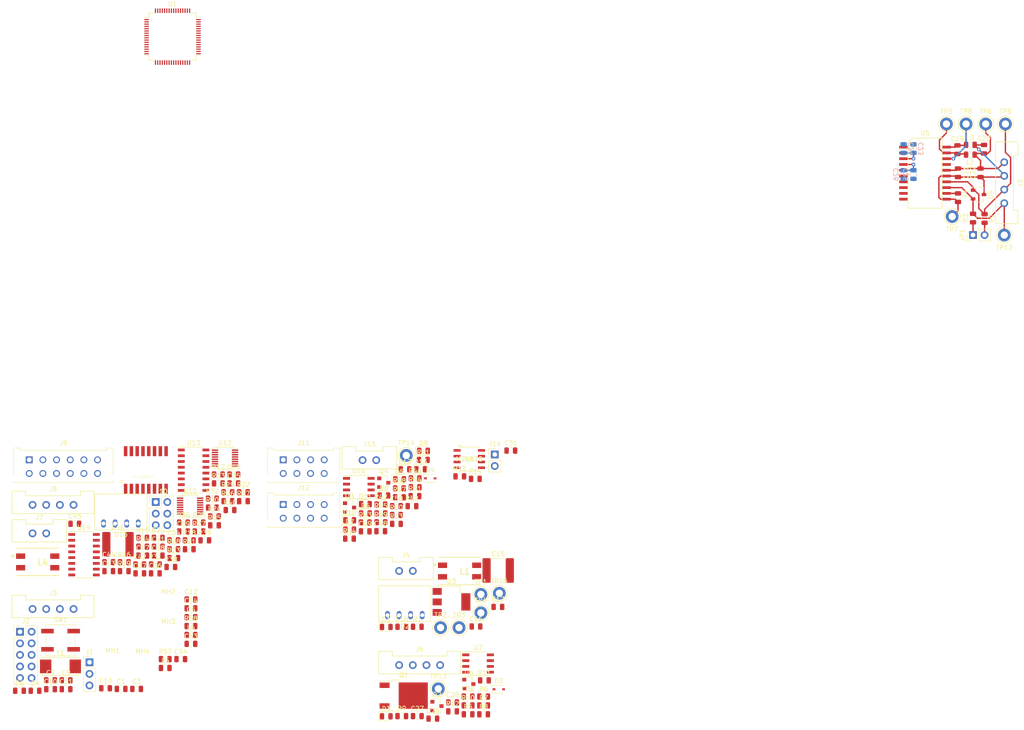
<source format=kicad_pcb>
(kicad_pcb (version 20171130) (host pcbnew "(5.0.0)")
  (layers (0 F.Cu signal) (31 B.Cu signal) (34 B.Paste user) (35 F.Paste user) (36 B.SilkS user) (37 F.SilkS user) (38 B.Mask user) (39 F.Mask user) (44 Edge.Cuts user))
  (net 0 "")
  (net 1 GND)
  (net 2 +3V3)
  (net 3 /NRST)
  (net 4 +5V)
  (net 5 /OSC_OUT)
  (net 6 /OSC_IN)
  (net 7 "Net-(C15-Pad1)")
  (net 8 +12V)
  (net 9 GNDPWR)
  (net 10 "Net-(C19-Pad2)")
  (net 11 "Net-(C19-Pad1)")
  (net 12 "Net-(C20-Pad2)")
  (net 13 "Net-(C20-Pad1)")
  (net 14 /PD3)
  (net 15 "Net-(C34-Pad1)")
  (net 16 "Net-(C35-Pad1)")
  (net 17 "Net-(C37-Pad1)")
  (net 18 "Net-(C39-Pad1)")
  (net 19 +5VL)
  (net 20 GND_A)
  (net 21 "Net-(C46-Pad1)")
  (net 22 /AIN10)
  (net 23 /AIN11)
  (net 24 "Net-(D1-Pad2)")
  (net 25 "/Contactor Driver/CONTACTOR_V-")
  (net 26 "Net-(D3-Pad1)")
  (net 27 "Net-(D3-Pad2)")
  (net 28 "Net-(D4-Pad2)")
  (net 29 "Net-(D5-Pad1)")
  (net 30 "Net-(D6-Pad1)")
  (net 31 /RUN)
  (net 32 /PA7)
  (net 33 "Net-(D7-Pad1)")
  (net 34 "Net-(D8-Pad1)")
  (net 35 /PA6)
  (net 36 /PA5)
  (net 37 "Net-(D9-Pad1)")
  (net 38 "Net-(D10-Pad1)")
  (net 39 /PA4)
  (net 40 "Net-(D11-Pad1)")
  (net 41 /PE5)
  (net 42 /PE4)
  (net 43 "Net-(D12-Pad1)")
  (net 44 /PD6)
  (net 45 "Net-(D13-Pad1)")
  (net 46 /SWDIO)
  (net 47 /SWCLK)
  (net 48 /CAN1_TX)
  (net 49 /UART1_TX)
  (net 50 /CAN1_RX)
  (net 51 /UART1_RX)
  (net 52 /SPI1_CLK)
  (net 53 /SPI1_MISO)
  (net 54 /SPI1_MOSI)
  (net 55 "Net-(J3-Pad4)")
  (net 56 "Net-(J3-Pad3)")
  (net 57 /CAN/CAN_H)
  (net 58 /CAN/CAN_L)
  (net 59 "Net-(J6-Pad4)")
  (net 60 "Net-(J7-Pad2)")
  (net 61 "Net-(J7-Pad1)")
  (net 62 "Net-(J8-Pad1)")
  (net 63 "Net-(J8-Pad2)")
  (net 64 /SPI/CS1)
  (net 65 /SPI/CS2)
  (net 66 /SPI/CS3)
  (net 67 /SPI/CS4)
  (net 68 /SPI/CS5)
  (net 69 /SPI/CS6)
  (net 70 "Net-(J9-Pad4)")
  (net 71 "Net-(J9-Pad3)")
  (net 72 "Net-(J9-Pad2)")
  (net 73 /SPI/DISP_POL)
  (net 74 /SPI/DISP_PHA)
  (net 75 /I2C3_SDA)
  (net 76 /I2C3_SCL)
  (net 77 /CAN/TERM_L)
  (net 78 /CAN/TERM_H)
  (net 79 "Net-(L5-Pad2)")
  (net 80 "Net-(L6-Pad2)")
  (net 81 "Net-(Q1-Pad1)")
  (net 82 "Net-(Q2-Pad1)")
  (net 83 "Net-(Q3-Pad1)")
  (net 84 "Net-(Q4-Pad3)")
  (net 85 "Net-(Q4-Pad1)")
  (net 86 /CAN/RSlope)
  (net 87 "Net-(R7-Pad1)")
  (net 88 "Net-(R9-Pad2)")
  (net 89 /PD2)
  (net 90 /SPI/DISP_IP)
  (net 91 "Net-(R16-Pad1)")
  (net 92 "Net-(R16-Pad2)")
  (net 93 /SPI/DISP_IM)
  (net 94 /SPI/VOLT_IP)
  (net 95 /SPI/VOLT_IM)
  (net 96 "Net-(R21-Pad1)")
  (net 97 "Net-(R21-Pad2)")
  (net 98 "Net-(R23-Pad1)")
  (net 99 "Net-(R24-Pad1)")
  (net 100 "Net-(R25-Pad1)")
  (net 101 "Net-(R26-Pad1)")
  (net 102 "Net-(R27-Pad1)")
  (net 103 "Net-(R28-Pad1)")
  (net 104 "Net-(R29-Pad2)")
  (net 105 /TEMP_CS1)
  (net 106 "Net-(R30-Pad2)")
  (net 107 "Net-(R31-Pad2)")
  (net 108 /TEMP_CS2)
  (net 109 "Net-(R32-Pad2)")
  (net 110 /TEMP_CS3)
  (net 111 "Net-(R33-Pad2)")
  (net 112 "Net-(R34-Pad2)")
  (net 113 "Net-(R35-Pad2)")
  (net 114 /TEMP_CS4)
  (net 115 "Net-(R36-Pad2)")
  (net 116 /TEMP_CS5)
  (net 117 "Net-(R37-Pad2)")
  (net 118 "Net-(R38-Pad2)")
  (net 119 "Net-(R39-Pad2)")
  (net 120 /TEMP_CS6)
  (net 121 "Net-(R40-Pad2)")
  (net 122 "Net-(R42-Pad1)")
  (net 123 "Net-(R43-Pad2)")
  (net 124 /FAULT)
  (net 125 /DISPLAY_CS)
  (net 126 /LTC6811_CS)
  (module Capacitor_SMD:C_0805_2012Metric (layer F.Cu) (at 40.271001 186.782001)
    (fp_text reference C1 (at 0 -1.65) (layer F.SilkS))
    (fp_text value 0.1uF)
    (pad 2 smd roundrect (at 0.9375 0) (size 0.975 1.4) (layers F.Cu F.Paste F.Mask) (net 1 GND))
    (pad 1 smd roundrect (at -0.9375 0) (size 0.975 1.4) (layers F.Cu F.Paste F.Mask) (net 2 +3V3))
  )
  (module Capacitor_SMD:C_0805_2012Metric (layer F.Cu) (at 43.681001 186.782001)
    (fp_text reference C3 (at 0 -1.65) (layer F.SilkS))
    (fp_text value 0.1uF)
    (pad 1 smd roundrect (at -0.9375 0) (size 0.975 1.4) (layers F.Cu F.Paste F.Mask) (net 2 +3V3))
    (pad 2 smd roundrect (at 0.9375 0) (size 0.975 1.4) (layers F.Cu F.Paste F.Mask) (net 1 GND))
  )
  (module Capacitor_SMD:C_0805_2012Metric (layer F.Cu) (at 21.371001 187.182001)
    (fp_text reference C4 (at 0 -1.65) (layer F.SilkS))
    (fp_text value 0.1uF)
    (pad 2 smd roundrect (at 0.9375 0) (size 0.975 1.4) (layers F.Cu F.Paste F.Mask) (net 1 GND))
    (pad 1 smd roundrect (at -0.9375 0) (size 0.975 1.4) (layers F.Cu F.Paste F.Mask) (net 2 +3V3))
  )
  (module Capacitor_SMD:C_0805_2012Metric (layer F.Cu) (at 55.611001 171.032001)
    (fp_text reference C5 (at 0 -1.65) (layer F.SilkS))
    (fp_text value 0.1uF)
    (pad 1 smd roundrect (at -0.9375 0) (size 0.975 1.4) (layers F.Cu F.Paste F.Mask) (net 2 +3V3))
    (pad 2 smd roundrect (at 0.9375 0) (size 0.975 1.4) (layers F.Cu F.Paste F.Mask) (net 1 GND))
  )
  (module Capacitor_SMD:C_0805_2012Metric (layer F.Cu) (at 17.961001 187.182001)
    (fp_text reference C6 (at 0 -1.65) (layer F.SilkS))
    (fp_text value 0.1uF)
    (pad 2 smd roundrect (at 0.9375 0) (size 0.975 1.4) (layers F.Cu F.Paste F.Mask) (net 1 GND))
    (pad 1 smd roundrect (at -0.9375 0) (size 0.975 1.4) (layers F.Cu F.Paste F.Mask) (net 2 +3V3))
  )
  (module Capacitor_SMD:C_0805_2012Metric (layer F.Cu) (at 24.781001 184.882001)
    (fp_text reference C7 (at 0 -1.65) (layer F.SilkS))
    (fp_text value 4.7uF)
    (pad 1 smd roundrect (at -0.9375 0) (size 0.975 1.4) (layers F.Cu F.Paste F.Mask) (net 2 +3V3))
    (pad 2 smd roundrect (at 0.9375 0) (size 0.975 1.4) (layers F.Cu F.Paste F.Mask) (net 1 GND))
  )
  (module Capacitor_SMD:C_0805_2012Metric (layer F.Cu) (at 28.191001 184.882001)
    (fp_text reference C9 (at 0 -1.65) (layer F.SilkS))
    (fp_text value 0.1uF)
    (pad 2 smd roundrect (at 0.9375 0) (size 0.975 1.4) (layers F.Cu F.Paste F.Mask) (net 1 GND))
    (pad 1 smd roundrect (at -0.9375 0) (size 0.975 1.4) (layers F.Cu F.Paste F.Mask) (net 2 +3V3))
  )
  (module Capacitor_SMD:C_0805_2012Metric (layer F.Cu) (at 24.781001 186.832001)
    (fp_text reference C10 (at 0 -1.65) (layer F.SilkS))
    (fp_text value 1uF)
    (pad 1 smd roundrect (at -0.9375 0) (size 0.975 1.4) (layers F.Cu F.Paste F.Mask) (net 2 +3V3))
    (pad 2 smd roundrect (at 0.9375 0) (size 0.975 1.4) (layers F.Cu F.Paste F.Mask) (net 1 GND))
  )
  (module Capacitor_SMD:C_0805_2012Metric (layer F.Cu) (at 28.191001 186.832001)
    (fp_text reference C11 (at 0 -1.65) (layer F.SilkS))
    (fp_text value 0.1uF)
    (pad 2 smd roundrect (at 0.9375 0) (size 0.975 1.4) (layers F.Cu F.Paste F.Mask) (net 1 GND))
    (pad 1 smd roundrect (at -0.9375 0) (size 0.975 1.4) (layers F.Cu F.Paste F.Mask) (net 3 /NRST))
  )
  (module Capacitor_SMD:C_0805_2012Metric (layer F.Cu) (at 55.611001 167.132001)
    (fp_text reference C12 (at 0 -1.65) (layer F.SilkS))
    (fp_text value 0.1uF)
    (pad 1 smd roundrect (at -0.9375 0) (size 0.975 1.4) (layers F.Cu F.Paste F.Mask) (net 1 GND))
    (pad 2 smd roundrect (at 0.9375 0) (size 0.975 1.4) (layers F.Cu F.Paste F.Mask) (net 4 +5V))
  )
  (module Capacitor_SMD:C_0805_2012Metric (layer F.Cu) (at 36.861001 186.632001)
    (fp_text reference C13 (at 0 -1.65) (layer F.SilkS))
    (fp_text value 6pF)
    (pad 1 smd roundrect (at -0.9375 0) (size 0.975 1.4) (layers F.Cu F.Paste F.Mask) (net 5 /OSC_OUT))
    (pad 2 smd roundrect (at 0.9375 0) (size 0.975 1.4) (layers F.Cu F.Paste F.Mask) (net 1 GND))
  )
  (module Capacitor_SMD:C_0805_2012Metric (layer F.Cu) (at 55.611001 169.082001)
    (fp_text reference C14 (at 0 -1.65) (layer F.SilkS))
    (fp_text value 6pF)
    (pad 1 smd roundrect (at -0.9375 0) (size 0.975 1.4) (layers F.Cu F.Paste F.Mask) (net 6 /OSC_IN))
    (pad 2 smd roundrect (at 0.9375 0) (size 0.975 1.4) (layers F.Cu F.Paste F.Mask) (net 1 GND))
  )
  (module Capacitor_SMD:C_2220_5650Metric (layer F.Cu) (at 123.071001 160.772001)
    (fp_text reference C15 (at 0 -3.65) (layer F.SilkS))
    (fp_text value 470pF)
    (pad 1 smd roundrect (at -2.55 0) (size 1.8 5.4) (layers F.Cu F.Paste F.Mask) (roundrect_rratio 0.138889) (net 7 "Net-(C15-Pad1)"))
    (pad 2 smd roundrect (at 2.55 0) (size 1.8 5.4) (layers F.Cu F.Paste F.Mask) (roundrect_rratio 0.138889) (net 4 +5V))
  )
  (module Capacitor_SMD:C_0805_2012Metric (layer F.Cu) (at 118.201001 173.072001)
    (fp_text reference C16 (at 0 -1.65) (layer F.SilkS))
    (fp_text value 4.7uF)
    (pad 1 smd roundrect (at -0.9375 0) (size 0.975 1.4) (layers F.Cu F.Paste F.Mask) (net 8 +12V))
    (pad 2 smd roundrect (at 0.9375 0) (size 0.975 1.4) (layers F.Cu F.Paste F.Mask) (net 9 GNDPWR))
  )
  (module Capacitor_SMD:C_0805_2012Metric (layer F.Cu) (at 123.001001 168.772001)
    (fp_text reference C17 (at 0 -1.65) (layer F.SilkS))
    (fp_text value 10uF)
    (pad 2 smd roundrect (at 0.9375 0) (size 0.975 1.4) (layers F.Cu F.Paste F.Mask) (net 1 GND))
    (pad 1 smd roundrect (at -0.9375 0) (size 0.975 1.4) (layers F.Cu F.Paste F.Mask) (net 4 +5V))
  )
  (module Capacitor_SMD:C_0805_2012Metric (layer F.Cu) (at 101.901001 173.132001)
    (fp_text reference C18 (at 0 -1.65) (layer F.SilkS))
    (fp_text value 10uF)
    (pad 1 smd roundrect (at -0.9375 0) (size 0.975 1.4) (layers F.Cu F.Paste F.Mask) (net 2 +3V3))
    (pad 2 smd roundrect (at 0.9375 0) (size 0.975 1.4) (layers F.Cu F.Paste F.Mask) (net 1 GND))
  )
  (module Capacitor_SMD:C_0805_2012Metric (layer F.Cu) (at 223.901 68.3745 90)
    (fp_text reference C19 (at 2.3645 0 180) (layer F.SilkS))
    (fp_text value 0.22uF)
    (pad 2 smd roundrect (at 0.9375 0 90) (size 0.975 1.4) (layers F.Cu F.Paste F.Mask) (net 10 "Net-(C19-Pad2)"))
    (pad 1 smd roundrect (at -0.9375 0 90) (size 0.975 1.4) (layers F.Cu F.Paste F.Mask) (net 11 "Net-(C19-Pad1)"))
  )
  (module Capacitor_SMD:C_0805_2012Metric (layer F.Cu) (at 229.743 68.2775 90)
    (fp_text reference C20 (at 2.3645 0) (layer F.SilkS))
    (fp_text value 10uF)
    (pad 2 smd roundrect (at 0.9375 0 90) (size 0.975 1.4) (layers F.Cu F.Paste F.Mask) (net 12 "Net-(C20-Pad2)"))
    (pad 1 smd roundrect (at -0.9375 0 90) (size 0.975 1.4) (layers F.Cu F.Paste F.Mask) (net 13 "Net-(C20-Pad1)"))
  )
  (module Capacitor_SMD:C_0805_2012Metric (layer F.Cu) (at 224.028 73.4545 270)
    (fp_text reference C21 (at -0.0485 -1.778 90) (layer F.SilkS))
    (fp_text value 0.1uF)
    (pad 1 smd roundrect (at -0.9375 0 270) (size 0.975 1.4) (layers F.Cu F.Paste F.Mask) (net 13 "Net-(C20-Pad1)"))
    (pad 2 smd roundrect (at 0.9375 0 270) (size 0.975 1.4) (layers F.Cu F.Paste F.Mask) (net 12 "Net-(C20-Pad2)"))
  )
  (module Capacitor_SMD:C_0805_2012Metric (layer F.Cu) (at 228.981 73.4545 270)
    (fp_text reference C22 (at -0.0485 1.651 270) (layer F.SilkS))
    (fp_text value 0.01uF)
    (pad 2 smd roundrect (at 0.9375 0 270) (size 0.975 1.4) (layers F.Cu F.Paste F.Mask) (net 12 "Net-(C20-Pad2)"))
    (pad 1 smd roundrect (at -0.9375 0 270) (size 0.975 1.4) (layers F.Cu F.Paste F.Mask) (net 13 "Net-(C20-Pad1)"))
  )
  (module Capacitor_SMD:C_0805_2012Metric (layer B.Cu) (at 214.249 68.1505 90)
    (fp_text reference C23 (at 0 1.65 90) (layer B.SilkS) (effects (justify mirror)))
    (fp_text value 10uF)
    (pad 2 smd roundrect (at 0.9375 0 90) (size 0.975 1.4) (layers B.Cu B.Paste B.Mask) (net 1 GND))
    (pad 1 smd roundrect (at -0.9375 0 90) (size 0.975 1.4) (layers B.Cu B.Paste B.Mask) (net 4 +5V))
  )
  (module Capacitor_SMD:C_0805_2012Metric (layer B.Cu) (at 212.09 68.1505 90)
    (fp_text reference C24 (at 0 1.65 90) (layer B.SilkS) (effects (justify mirror)))
    (fp_text value 0.1uF)
    (pad 1 smd roundrect (at -0.9375 0 90) (size 0.975 1.4) (layers B.Cu B.Paste B.Mask) (net 4 +5V))
    (pad 2 smd roundrect (at 0.9375 0 90) (size 0.975 1.4) (layers B.Cu B.Paste B.Mask) (net 1 GND))
  )
  (module Capacitor_SMD:C_0805_2012Metric (layer B.Cu) (at 214.249 73.8355 270)
    (fp_text reference C25 (at 0 1.65 270) (layer B.SilkS) (effects (justify mirror)))
    (fp_text value 0.1uF)
    (pad 1 smd roundrect (at -0.9375 0 270) (size 0.975 1.4) (layers B.Cu B.Paste B.Mask) (net 2 +3V3))
    (pad 2 smd roundrect (at 0.9375 0 270) (size 0.975 1.4) (layers B.Cu B.Paste B.Mask) (net 1 GND))
  )
  (module Capacitor_SMD:C_0805_2012Metric (layer B.Cu) (at 212.09 73.8355 270)
    (fp_text reference C26 (at 0 1.65 270) (layer B.SilkS) (effects (justify mirror)))
    (fp_text value 0.01uF)
    (pad 1 smd roundrect (at -0.9375 0 270) (size 0.975 1.4) (layers B.Cu B.Paste B.Mask) (net 2 +3V3))
    (pad 2 smd roundrect (at 0.9375 0 270) (size 0.975 1.4) (layers B.Cu B.Paste B.Mask) (net 1 GND))
  )
  (module Capacitor_SMD:C_0805_2012Metric (layer F.Cu) (at 105.311001 192.752001)
    (fp_text reference C27 (at 0 -1.65) (layer F.SilkS))
    (fp_text value 1uF)
    (pad 2 smd roundrect (at 0.9375 0) (size 0.975 1.4) (layers F.Cu F.Paste F.Mask) (net 8 +12V))
    (pad 1 smd roundrect (at -0.9375 0) (size 0.975 1.4) (layers F.Cu F.Paste F.Mask) (net 9 GNDPWR))
  )
  (module Capacitor_SMD:C_0805_2012Metric (layer F.Cu) (at 113.051001 189.752001)
    (fp_text reference C28 (at 0 -1.65) (layer F.SilkS))
    (fp_text value 10uF)
    (pad 1 smd roundrect (at -0.9375 0) (size 0.975 1.4) (layers F.Cu F.Paste F.Mask) (net 8 +12V))
    (pad 2 smd roundrect (at 0.9375 0) (size 0.975 1.4) (layers F.Cu F.Paste F.Mask) (net 9 GNDPWR))
  )
  (module Capacitor_SMD:C_0805_2012Metric (layer F.Cu) (at 108.721001 193.302001)
    (fp_text reference C29 (at 0 -1.65) (layer F.SilkS))
    (fp_text value 0.1uF)
    (pad 2 smd roundrect (at 0.9375 0) (size 0.975 1.4) (layers F.Cu F.Paste F.Mask) (net 9 GNDPWR))
    (pad 1 smd roundrect (at -0.9375 0) (size 0.975 1.4) (layers F.Cu F.Paste F.Mask) (net 8 +12V))
  )
  (module Capacitor_SMD:C_0805_2012Metric (layer F.Cu) (at 116.461001 188.452001)
    (fp_text reference C30 (at 0 -1.65) (layer F.SilkS))
    (fp_text value 1uF)
    (pad 2 smd roundrect (at 0.9375 0) (size 0.975 1.4) (layers F.Cu F.Paste F.Mask) (net 1 GND))
    (pad 1 smd roundrect (at -0.9375 0) (size 0.975 1.4) (layers F.Cu F.Paste F.Mask) (net 14 /PD3))
  )
  (module Capacitor_SMD:C_0805_2012Metric (layer F.Cu) (at 125.851001 134.452001)
    (fp_text reference C31 (at 0 -1.65) (layer F.SilkS))
    (fp_text value 0.1uF)
    (pad 1 smd roundrect (at -0.9375 0) (size 0.975 1.4) (layers F.Cu F.Paste F.Mask) (net 2 +3V3))
    (pad 2 smd roundrect (at 0.9375 0) (size 0.975 1.4) (layers F.Cu F.Paste F.Mask) (net 1 GND))
  )
  (module Capacitor_SMD:C_0805_2012Metric (layer F.Cu) (at 51.831001 154.152001)
    (fp_text reference C34 (at 0 -1.65) (layer F.SilkS))
    (fp_text value 0.01uF)
    (pad 2 smd roundrect (at 0.9375 0) (size 0.975 1.4) (layers F.Cu F.Paste F.Mask) (net 1 GND))
    (pad 1 smd roundrect (at -0.9375 0) (size 0.975 1.4) (layers F.Cu F.Paste F.Mask) (net 15 "Net-(C34-Pad1)"))
  )
  (module Capacitor_SMD:C_0805_2012Metric (layer F.Cu) (at 65.031001 141.652001)
    (fp_text reference C35 (at 0 -1.65) (layer F.SilkS))
    (fp_text value 0.01uF)
    (pad 1 smd roundrect (at -0.9375 0) (size 0.975 1.4) (layers F.Cu F.Paste F.Mask) (net 16 "Net-(C35-Pad1)"))
    (pad 2 smd roundrect (at 0.9375 0) (size 0.975 1.4) (layers F.Cu F.Paste F.Mask) (net 1 GND))
  )
  (module Capacitor_SMD:C_0805_2012Metric (layer F.Cu) (at 47.791001 161.402001)
    (fp_text reference C36 (at 0 -1.65) (layer F.SilkS))
    (fp_text value 0.1uF)
    (pad 1 smd roundrect (at -0.9375 0) (size 0.975 1.4) (layers F.Cu F.Paste F.Mask) (net 2 +3V3))
    (pad 2 smd roundrect (at 0.9375 0) (size 0.975 1.4) (layers F.Cu F.Paste F.Mask) (net 1 GND))
  )
  (module Capacitor_SMD:C_0805_2012Metric (layer F.Cu) (at 44.381001 161.402001)
    (fp_text reference C37 (at 0 -1.65) (layer F.SilkS))
    (fp_text value 0.01uF)
    (pad 2 smd roundrect (at 0.9375 0) (size 0.975 1.4) (layers F.Cu F.Paste F.Mask) (net 1 GND))
    (pad 1 smd roundrect (at -0.9375 0) (size 0.975 1.4) (layers F.Cu F.Paste F.Mask) (net 17 "Net-(C37-Pad1)"))
  )
  (module Capacitor_SMD:C_0805_2012Metric (layer F.Cu) (at 48.421001 157.502001)
    (fp_text reference C38 (at 0 -1.65) (layer F.SilkS))
    (fp_text value 0.1uF)
    (pad 2 smd roundrect (at 0.9375 0) (size 0.975 1.4) (layers F.Cu F.Paste F.Mask) (net 1 GND))
    (pad 1 smd roundrect (at -0.9375 0) (size 0.975 1.4) (layers F.Cu F.Paste F.Mask) (net 4 +5V))
  )
  (module Capacitor_SMD:C_0805_2012Metric (layer F.Cu) (at 53.961001 152.202001)
    (fp_text reference C39 (at 0 -1.65) (layer F.SilkS))
    (fp_text value 0.01uF)
    (pad 1 smd roundrect (at -0.9375 0) (size 0.975 1.4) (layers F.Cu F.Paste F.Mask) (net 18 "Net-(C39-Pad1)"))
    (pad 2 smd roundrect (at 0.9375 0) (size 0.975 1.4) (layers F.Cu F.Paste F.Mask) (net 1 GND))
  )
  (module Capacitor_SMD:C_0805_2012Metric (layer F.Cu) (at 65.031001 139.702001)
    (fp_text reference C40 (at 0 -1.65) (layer F.SilkS))
    (fp_text value 0.1uF)
    (pad 2 smd roundrect (at 0.9375 0) (size 0.975 1.4) (layers F.Cu F.Paste F.Mask) (net 1 GND))
    (pad 1 smd roundrect (at -0.9375 0) (size 0.975 1.4) (layers F.Cu F.Paste F.Mask) (net 4 +5V))
  )
  (module Capacitor_SMD:C_0805_2012Metric (layer F.Cu) (at 48.421001 155.552001)
    (fp_text reference C41 (at 0 -1.65) (layer F.SilkS))
    (fp_text value 0.1uF)
    (pad 1 smd roundrect (at -0.9375 0) (size 0.975 1.4) (layers F.Cu F.Paste F.Mask) (net 19 +5VL))
    (pad 2 smd roundrect (at 0.9375 0) (size 0.975 1.4) (layers F.Cu F.Paste F.Mask) (net 20 GND_A))
  )
  (module Capacitor_SMD:C_0805_2012Metric (layer F.Cu) (at 44.381001 159.452001)
    (fp_text reference C42 (at 0 -1.65) (layer F.SilkS))
    (fp_text value 0.1uF)
    (pad 1 smd roundrect (at -0.9375 0) (size 0.975 1.4) (layers F.Cu F.Paste F.Mask) (net 2 +3V3))
    (pad 2 smd roundrect (at 0.9375 0) (size 0.975 1.4) (layers F.Cu F.Paste F.Mask) (net 1 GND))
  )
  (module Capacitor_SMD:C_0805_2012Metric (layer F.Cu) (at 37.561001 160.912001)
    (fp_text reference C43 (at 0 -1.65) (layer F.SilkS))
    (fp_text value 0.1uF)
    (pad 2 smd roundrect (at 0.9375 0) (size 0.975 1.4) (layers F.Cu F.Paste F.Mask) (net 1 GND))
    (pad 1 smd roundrect (at -0.9375 0) (size 0.975 1.4) (layers F.Cu F.Paste F.Mask) (net 4 +5V))
  )
  (module Capacitor_SMD:C_0805_2012Metric (layer F.Cu) (at 37.561001 158.962001)
    (fp_text reference C44 (at 0 -1.65) (layer F.SilkS))
    (fp_text value 0.1uF)
    (pad 2 smd roundrect (at 0.9375 0) (size 0.975 1.4) (layers F.Cu F.Paste F.Mask) (net 1 GND))
    (pad 1 smd roundrect (at -0.9375 0) (size 0.975 1.4) (layers F.Cu F.Paste F.Mask) (net 4 +5V))
  )
  (module Capacitor_SMD:C_0805_2012Metric (layer F.Cu) (at 30.111001 150.522001)
    (fp_text reference C45 (at 0 -1.65) (layer F.SilkS))
    (fp_text value 0.1uF)
    (pad 1 smd roundrect (at -0.9375 0) (size 0.975 1.4) (layers F.Cu F.Paste F.Mask) (net 19 +5VL))
    (pad 2 smd roundrect (at 0.9375 0) (size 0.975 1.4) (layers F.Cu F.Paste F.Mask) (net 20 GND_A))
  )
  (module Capacitor_SMD:C_2220_5650Metric (layer F.Cu) (at 39.581001 155.012001)
    (fp_text reference C46 (at 0 -3.65) (layer F.SilkS))
    (fp_text value 470pF)
    (pad 2 smd roundrect (at 2.55 0) (size 1.8 5.4) (layers F.Cu F.Paste F.Mask) (roundrect_rratio 0.138889) (net 19 +5VL))
    (pad 1 smd roundrect (at -2.55 0) (size 1.8 5.4) (layers F.Cu F.Paste F.Mask) (roundrect_rratio 0.138889) (net 21 "Net-(C46-Pad1)"))
  )
  (module Capacitor_SMD:C_0805_2012Metric (layer F.Cu) (at 45.011001 157.502001)
    (fp_text reference C47 (at 0 -1.65) (layer F.SilkS))
    (fp_text value 4.7uF)
    (pad 2 smd roundrect (at 0.9375 0) (size 0.975 1.4) (layers F.Cu F.Paste F.Mask) (net 9 GNDPWR))
    (pad 1 smd roundrect (at -0.9375 0) (size 0.975 1.4) (layers F.Cu F.Paste F.Mask) (net 8 +12V))
  )
  (module Capacitor_SMD:C_0805_2012Metric (layer F.Cu) (at 97.281001 152.142001)
    (fp_text reference C48 (at 0 -1.65) (layer F.SilkS))
    (fp_text value 1uF)
    (pad 2 smd roundrect (at 0.9375 0) (size 0.975 1.4) (layers F.Cu F.Paste F.Mask) (net 8 +12V))
    (pad 1 smd roundrect (at -0.9375 0) (size 0.975 1.4) (layers F.Cu F.Paste F.Mask) (net 9 GNDPWR))
  )
  (module Capacitor_SMD:C_0805_2012Metric (layer F.Cu) (at 93.871001 152.182001)
    (fp_text reference C49 (at 0 -1.65) (layer F.SilkS))
    (fp_text value 10uF)
    (pad 2 smd roundrect (at 0.9375 0) (size 0.975 1.4) (layers F.Cu F.Paste F.Mask) (net 9 GNDPWR))
    (pad 1 smd roundrect (at -0.9375 0) (size 0.975 1.4) (layers F.Cu F.Paste F.Mask) (net 8 +12V))
  )
  (module Capacitor_SMD:C_0805_2012Metric (layer F.Cu) (at 100.731001 146.642001)
    (fp_text reference C50 (at 0 -1.65) (layer F.SilkS))
    (fp_text value 0.1uF)
    (pad 1 smd roundrect (at -0.9375 0) (size 0.975 1.4) (layers F.Cu F.Paste F.Mask) (net 8 +12V))
    (pad 2 smd roundrect (at 0.9375 0) (size 0.975 1.4) (layers F.Cu F.Paste F.Mask) (net 9 GNDPWR))
  )
  (module Capacitor_SMD:C_0805_2012Metric (layer F.Cu) (at 55.611001 176.882001)
    (fp_text reference C53 (at 0 -1.65) (layer F.SilkS))
    (fp_text value 1uF)
    (pad 2 smd roundrect (at 0.9375 0) (size 0.975 1.4) (layers F.Cu F.Paste F.Mask) (net 1 GND))
    (pad 1 smd roundrect (at -0.9375 0) (size 0.975 1.4) (layers F.Cu F.Paste F.Mask) (net 22 /AIN10))
  )
  (module Capacitor_SMD:C_0805_2012Metric (layer F.Cu) (at 53.371001 180.232001)
    (fp_text reference C54 (at 0 -1.65) (layer F.SilkS))
    (fp_text value 1uF)
    (pad 1 smd roundrect (at -0.9375 0) (size 0.975 1.4) (layers F.Cu F.Paste F.Mask) (net 23 /AIN11))
    (pad 2 smd roundrect (at 0.9375 0) (size 0.975 1.4) (layers F.Cu F.Paste F.Mask) (net 1 GND))
  )
  (module LED_SMD:LED_0805_2012Metric (layer F.Cu) (at 98.491001 173.177001)
    (fp_text reference D1 (at 0 -1.65) (layer F.SilkS))
    (fp_text value PowerOn)
    (pad 2 smd roundrect (at 0.9375 0) (size 0.975 1.4) (layers F.Cu F.Paste F.Mask) (net 24 "Net-(D1-Pad2)"))
    (pad 1 smd roundrect (at -0.9375 0) (size 0.975 1.4) (layers F.Cu F.Paste F.Mask) (net 1 GND))
  )
  (module Diode_SMD:D_SOD-323 (layer F.Cu) (at 123.201001 186.852001)
    (fp_text reference D2 (at 0 -1.85) (layer F.SilkS))
    (fp_text value 1N4148WS)
    (pad 2 smd rect (at 1.05 0) (size 0.6 0.45) (layers F.Cu F.Paste F.Mask) (net 25 "/Contactor Driver/CONTACTOR_V-"))
    (pad 1 smd rect (at -1.05 0) (size 0.6 0.45) (layers F.Cu F.Paste F.Mask) (net 8 +12V))
  )
  (module LED_SMD:LED_0805_2012Metric (layer F.Cu) (at 98.491001 192.797001)
    (fp_text reference D3 (at 0 -1.65) (layer F.SilkS))
    (fp_text value ContactorEn)
    (pad 1 smd roundrect (at -0.9375 0) (size 0.975 1.4) (layers F.Cu F.Paste F.Mask) (net 26 "Net-(D3-Pad1)"))
    (pad 2 smd roundrect (at 0.9375 0) (size 0.975 1.4) (layers F.Cu F.Paste F.Mask) (net 27 "Net-(D3-Pad2)"))
  )
  (module Diode_SMD:D_SOD-323 (layer F.Cu) (at 108.161001 140.542001)
    (fp_text reference D4 (at 0 -1.85) (layer F.SilkS))
    (fp_text value 1N4148WS)
    (pad 1 smd rect (at -1.05 0) (size 0.6 0.45) (layers F.Cu F.Paste F.Mask) (net 8 +12V))
    (pad 2 smd rect (at 1.05 0) (size 0.6 0.45) (layers F.Cu F.Paste F.Mask) (net 28 "Net-(D4-Pad2)"))
  )
  (module LED_SMD:LED_0805_2012Metric (layer F.Cu) (at 101.421001 140.747001)
    (fp_text reference D5 (at 0 -1.65) (layer F.SilkS))
    (fp_text value Fault)
    (pad 1 smd roundrect (at -0.9375 0) (size 0.975 1.4) (layers F.Cu F.Paste F.Mask) (net 29 "Net-(D5-Pad1)"))
    (pad 2 smd roundrect (at 0.9375 0) (size 0.975 1.4) (layers F.Cu F.Paste F.Mask) (net 4 +5V))
  )
  (module LED_SMD:LED_0805_2012Metric (layer F.Cu) (at 93.911001 148.237001)
    (fp_text reference D6 (at 0 -1.65) (layer F.SilkS))
    (fp_text value Heartbeat)
    (pad 1 smd roundrect (at -0.9375 0) (size 0.975 1.4) (layers F.Cu F.Paste F.Mask) (net 30 "Net-(D6-Pad1)"))
    (pad 2 smd roundrect (at 0.9375 0) (size 0.975 1.4) (layers F.Cu F.Paste F.Mask) (net 31 /RUN))
  )
  (module LED_SMD:LED_0805_2012Metric (layer F.Cu) (at 90.461001 151.787001)
    (fp_text reference D7 (at 0 -1.65) (layer F.SilkS))
    (fp_text value UVolt)
    (pad 2 smd roundrect (at 0.9375 0) (size 0.975 1.4) (layers F.Cu F.Paste F.Mask) (net 32 /PA7))
    (pad 1 smd roundrect (at -0.9375 0) (size 0.975 1.4) (layers F.Cu F.Paste F.Mask) (net 33 "Net-(D7-Pad1)"))
  )
  (module LED_SMD:LED_0805_2012Metric (layer F.Cu) (at 97.971001 144.297001)
    (fp_text reference D8 (at 0 -1.65) (layer F.SilkS))
    (fp_text value OVolt)
    (pad 1 smd roundrect (at -0.9375 0) (size 0.975 1.4) (layers F.Cu F.Paste F.Mask) (net 34 "Net-(D8-Pad1)"))
    (pad 2 smd roundrect (at 0.9375 0) (size 0.975 1.4) (layers F.Cu F.Paste F.Mask) (net 35 /PA6))
  )
  (module LED_SMD:LED_0805_2012Metric (layer F.Cu) (at 106.661001 134.497001)
    (fp_text reference D9 (at 0 -1.65) (layer F.SilkS))
    (fp_text value OTemp)
    (pad 2 smd roundrect (at 0.9375 0) (size 0.975 1.4) (layers F.Cu F.Paste F.Mask) (net 36 /PA5))
    (pad 1 smd roundrect (at -0.9375 0) (size 0.975 1.4) (layers F.Cu F.Paste F.Mask) (net 37 "Net-(D9-Pad1)"))
  )
  (module LED_SMD:LED_0805_2012Metric (layer F.Cu) (at 90.461001 149.747001)
    (fp_text reference D10 (at 0 -1.65) (layer F.SilkS))
    (fp_text value OCurr)
    (pad 1 smd roundrect (at -0.9375 0) (size 0.975 1.4) (layers F.Cu F.Paste F.Mask) (net 38 "Net-(D10-Pad1)"))
    (pad 2 smd roundrect (at 0.9375 0) (size 0.975 1.4) (layers F.Cu F.Paste F.Mask) (net 39 /PA4))
  )
  (module LED_SMD:LED_0805_2012Metric (layer F.Cu) (at 93.911001 146.197001)
    (fp_text reference D11 (at 0 -1.65) (layer F.SilkS))
    (fp_text value WDError)
    (pad 1 smd roundrect (at -0.9375 0) (size 0.975 1.4) (layers F.Cu F.Paste F.Mask) (net 40 "Net-(D11-Pad1)"))
    (pad 2 smd roundrect (at 0.9375 0) (size 0.975 1.4) (layers F.Cu F.Paste F.Mask) (net 41 /PE5))
  )
  (module LED_SMD:LED_0805_2012Metric (layer F.Cu) (at 102.611001 138.547001)
    (fp_text reference D12 (at 0 -1.65) (layer F.SilkS))
    (fp_text value CANError)
    (pad 2 smd roundrect (at 0.9375 0) (size 0.975 1.4) (layers F.Cu F.Paste F.Mask) (net 42 /PE4))
    (pad 1 smd roundrect (at -0.9375 0) (size 0.975 1.4) (layers F.Cu F.Paste F.Mask) (net 43 "Net-(D12-Pad1)"))
  )
  (module LED_SMD:LED_0805_2012Metric (layer F.Cu) (at 106.061001 138.547001)
    (fp_text reference D13 (at 0 -1.65) (layer F.SilkS))
    (fp_text value Extra)
    (pad 2 smd roundrect (at 0.9375 0) (size 0.975 1.4) (layers F.Cu F.Paste F.Mask) (net 44 /PD6))
    (pad 1 smd roundrect (at -0.9375 0) (size 0.975 1.4) (layers F.Cu F.Paste F.Mask) (net 45 "Net-(D13-Pad1)"))
  )
  (module Connector_PinHeader_2.54mm:PinHeader_1x03_P2.54mm_Vertical (layer F.Cu) (at 33.331001 180.932001)
    (fp_text reference J1 (at 0 -2.33) (layer F.SilkS))
    (fp_text value SWD)
    (pad 1 thru_hole rect (at 0 0) (size 1.7 1.7) (drill 1) (layers *.Cu *.Mask) (net 1 GND))
    (pad 2 thru_hole oval (at 0 2.54) (size 1.7 1.7) (drill 1) (layers *.Cu *.Mask) (net 46 /SWDIO))
    (pad 3 thru_hole oval (at 0 5.08) (size 1.7 1.7) (drill 1) (layers *.Cu *.Mask) (net 47 /SWCLK))
  )
  (module Connector_PinHeader_2.54mm:PinHeader_2x05_P2.54mm_Vertical (layer F.Cu) (at 18.081001 174.232001)
    (fp_text reference J2 (at 1.27 -2.33) (layer F.SilkS))
    (fp_text value "Logic Analyzer")
    (pad 1 thru_hole rect (at 0 0) (size 1.7 1.7) (drill 1) (layers *.Cu *.Mask) (net 1 GND))
    (pad 2 thru_hole oval (at 2.54 0) (size 1.7 1.7) (drill 1) (layers *.Cu *.Mask) (net 48 /CAN1_TX))
    (pad 3 thru_hole oval (at 0 2.54) (size 1.7 1.7) (drill 1) (layers *.Cu *.Mask) (net 49 /UART1_TX))
    (pad 4 thru_hole oval (at 2.54 2.54) (size 1.7 1.7) (drill 1) (layers *.Cu *.Mask) (net 50 /CAN1_RX))
    (pad 5 thru_hole oval (at 0 5.08) (size 1.7 1.7) (drill 1) (layers *.Cu *.Mask) (net 51 /UART1_RX))
    (pad 6 thru_hole oval (at 2.54 5.08) (size 1.7 1.7) (drill 1) (layers *.Cu *.Mask) (net 52 /SPI1_CLK))
    (pad 7 thru_hole oval (at 0 7.62) (size 1.7 1.7) (drill 1) (layers *.Cu *.Mask))
    (pad 8 thru_hole oval (at 2.54 7.62) (size 1.7 1.7) (drill 1) (layers *.Cu *.Mask) (net 53 /SPI1_MISO))
    (pad 9 thru_hole oval (at 0 10.16) (size 1.7 1.7) (drill 1) (layers *.Cu *.Mask))
    (pad 10 thru_hole oval (at 2.54 10.16) (size 1.7 1.7) (drill 1) (layers *.Cu *.Mask) (net 54 /SPI1_MOSI))
  )
  (module UTSVT_Connectors:Molex_MicroFit3.0_1x4xP3.00mm_PolarizingPeg_Vertical (layer F.Cu) (at 20.831001 169.232001)
    (fp_text reference J3 (at 4.5 -3.5) (layer F.SilkS))
    (fp_text value CurrentSlaveConnector)
    (pad 4 thru_hole circle (at 9 0) (size 1.7 1.7) (drill 1.02) (layers *.Cu *.Mask) (net 55 "Net-(J3-Pad4)"))
    (pad "" np_thru_hole circle (at 12 -1.96) (size 1.27 1.27) (drill 1.27) (layers *.Cu *.Mask))
    (pad 1 thru_hole circle (at 0 0) (size 1.7 1.7) (drill 1.02) (layers *.Cu *.Mask) (net 4 +5V))
    (pad 2 thru_hole circle (at 3 0) (size 1.7 1.7) (drill 1.02) (layers *.Cu *.Mask) (net 1 GND))
    (pad 3 thru_hole circle (at 6 0) (size 1.7 1.7) (drill 1.02) (layers *.Cu *.Mask) (net 56 "Net-(J3-Pad3)"))
    (pad "" np_thru_hole circle (at -3 -1.96) (size 1.27 1.27) (drill 1.27) (layers *.Cu *.Mask))
  )
  (module UTSVT_Connectors:Molex_MicroFit3.0_1x2xP3.00mm_PolarizingPeg_Vertical (layer F.Cu) (at 101.321001 160.872001)
    (fp_text reference J4 (at 1.5 -3.5) (layer F.SilkS))
    (fp_text value CarPowerConnector)
    (pad "" np_thru_hole circle (at 6 -1.96) (size 1.27 1.27) (drill 1.27) (layers *.Cu *.Mask))
    (pad 1 thru_hole circle (at 0 0) (size 1.7 1.7) (drill 1.02) (layers *.Cu *.Mask) (net 8 +12V))
    (pad 2 thru_hole circle (at 3 0) (size 1.7 1.7) (drill 1.02) (layers *.Cu *.Mask) (net 9 GNDPWR))
    (pad "" np_thru_hole circle (at -3 -1.96) (size 1.27 1.27) (drill 1.27) (layers *.Cu *.Mask))
  )
  (module UTSVT_Connectors:Molex_MicroFit3.0_1x4xP3.00mm_PolarizingPeg_Vertical (layer F.Cu) (at 234.188 71.137 270)
    (fp_text reference J5 (at 4.5 -3.5 270) (layer F.SilkS))
    (fp_text value CAN_Out)
    (pad "" np_thru_hole circle (at -3 -1.96 270) (size 1.27 1.27) (drill 1.27) (layers *.Cu *.Mask))
    (pad 3 thru_hole circle (at 6 0 270) (size 1.7 1.7) (drill 1.02) (layers *.Cu *.Mask) (net 57 /CAN/CAN_H))
    (pad 2 thru_hole circle (at 3 0 270) (size 1.7 1.7) (drill 1.02) (layers *.Cu *.Mask) (net 12 "Net-(C20-Pad2)"))
    (pad 1 thru_hole circle (at 0 0 270) (size 1.7 1.7) (drill 1.02) (layers *.Cu *.Mask) (net 13 "Net-(C20-Pad1)"))
    (pad "" np_thru_hole circle (at 12 -1.96 270) (size 1.27 1.27) (drill 1.27) (layers *.Cu *.Mask))
    (pad 4 thru_hole circle (at 9 0 270) (size 1.7 1.7) (drill 1.02) (layers *.Cu *.Mask) (net 58 /CAN/CAN_L))
  )
  (module UTSVT_Connectors:Molex_MicroFit3.0_1x4xP3.00mm_PolarizingPeg_Vertical (layer F.Cu) (at 101.321001 181.552001)
    (fp_text reference J6 (at 4.5 -3.5) (layer F.SilkS))
    (fp_text value ContactorConnector)
    (pad "" np_thru_hole circle (at -3 -1.96) (size 1.27 1.27) (drill 1.27) (layers *.Cu *.Mask))
    (pad 3 thru_hole circle (at 6 0) (size 1.7 1.7) (drill 1.02) (layers *.Cu *.Mask) (net 1 GND))
    (pad 2 thru_hole circle (at 3 0) (size 1.7 1.7) (drill 1.02) (layers *.Cu *.Mask) (net 25 "/Contactor Driver/CONTACTOR_V-"))
    (pad 1 thru_hole circle (at 0 0) (size 1.7 1.7) (drill 1.02) (layers *.Cu *.Mask) (net 8 +12V))
    (pad "" np_thru_hole circle (at 12 -1.96) (size 1.27 1.27) (drill 1.27) (layers *.Cu *.Mask))
    (pad 4 thru_hole circle (at 9 0) (size 1.7 1.7) (drill 1.02) (layers *.Cu *.Mask) (net 59 "Net-(J6-Pad4)"))
  )
  (module UTSVT_Connectors:Molex_MicroFit3.0_1x2xP3.00mm_PolarizingPeg_Vertical (layer F.Cu) (at 20.831001 152.622001)
    (fp_text reference J7 (at 1.5 -3.5) (layer F.SilkS))
    (fp_text value VoltageSlaveConnector)
    (pad "" np_thru_hole circle (at -3 -1.96) (size 1.27 1.27) (drill 1.27) (layers *.Cu *.Mask))
    (pad 2 thru_hole circle (at 3 0) (size 1.7 1.7) (drill 1.02) (layers *.Cu *.Mask) (net 60 "Net-(J7-Pad2)"))
    (pad 1 thru_hole circle (at 0 0) (size 1.7 1.7) (drill 1.02) (layers *.Cu *.Mask) (net 61 "Net-(J7-Pad1)"))
    (pad "" np_thru_hole circle (at 6 -1.96) (size 1.27 1.27) (drill 1.27) (layers *.Cu *.Mask))
  )
  (module UTSVT_Connectors:Molex_MicroFit3.0_1x4xP3.00mm_PolarizingPeg_Vertical (layer F.Cu) (at 20.831001 146.372001)
    (fp_text reference J8 (at 4.5 -3.5) (layer F.SilkS))
    (fp_text value DisplayConnector)
    (pad 4 thru_hole circle (at 9 0) (size 1.7 1.7) (drill 1.02) (layers *.Cu *.Mask) (net 9 GNDPWR))
    (pad "" np_thru_hole circle (at 12 -1.96) (size 1.27 1.27) (drill 1.27) (layers *.Cu *.Mask))
    (pad 1 thru_hole circle (at 0 0) (size 1.7 1.7) (drill 1.02) (layers *.Cu *.Mask) (net 62 "Net-(J8-Pad1)"))
    (pad 2 thru_hole circle (at 3 0) (size 1.7 1.7) (drill 1.02) (layers *.Cu *.Mask) (net 63 "Net-(J8-Pad2)"))
    (pad 3 thru_hole circle (at 6 0) (size 1.7 1.7) (drill 1.02) (layers *.Cu *.Mask) (net 8 +12V))
    (pad "" np_thru_hole circle (at -3 -1.96) (size 1.27 1.27) (drill 1.27) (layers *.Cu *.Mask))
  )
  (module UTSVT_Connectors:Molex_MicroFit3.0_2x6xP3.00mm_PolarizingPeg_Vertical (layer F.Cu) (at 20.101001 136.472001)
    (fp_text reference J9 (at 7.5 -3.67) (layer F.SilkS))
    (fp_text value TempSlaveConnector)
    (pad 12 thru_hole circle (at 15 3) (size 1.5 1.5) (drill 1) (layers *.Cu *.Mask) (net 64 /SPI/CS1))
    (pad 11 thru_hole circle (at 12 3) (size 1.5 1.5) (drill 1) (layers *.Cu *.Mask) (net 65 /SPI/CS2))
    (pad 10 thru_hole circle (at 9 3) (size 1.5 1.5) (drill 1) (layers *.Cu *.Mask) (net 66 /SPI/CS3))
    (pad 9 thru_hole circle (at 6 3) (size 1.5 1.5) (drill 1) (layers *.Cu *.Mask) (net 67 /SPI/CS4))
    (pad 8 thru_hole circle (at 3 3) (size 1.5 1.5) (drill 1) (layers *.Cu *.Mask) (net 68 /SPI/CS5))
    (pad 7 thru_hole circle (at 0 3) (size 1.5 1.5) (drill 1) (layers *.Cu *.Mask) (net 69 /SPI/CS6))
    (pad 6 thru_hole circle (at 15 0) (size 1.5 1.5) (drill 1) (layers *.Cu *.Mask) (net 20 GND_A))
    (pad 5 thru_hole circle (at 12 0) (size 1.5 1.5) (drill 1) (layers *.Cu *.Mask) (net 20 GND_A))
    (pad 4 thru_hole circle (at 9 0) (size 1.5 1.5) (drill 1) (layers *.Cu *.Mask) (net 70 "Net-(J9-Pad4)"))
    (pad 3 thru_hole circle (at 6 0) (size 1.5 1.5) (drill 1) (layers *.Cu *.Mask) (net 71 "Net-(J9-Pad3)"))
    (pad 2 thru_hole circle (at 3 0) (size 1.5 1.5) (drill 1) (layers *.Cu *.Mask) (net 72 "Net-(J9-Pad2)"))
    (pad 1 thru_hole rect (at 0 0) (size 1.5 1.5) (drill 1) (layers *.Cu *.Mask) (net 19 +5VL))
    (pad "" np_thru_hole circle (at 18 3.94) (size 1 1) (drill 1) (layers *.Cu *.Mask))
    (pad "" np_thru_hole circle (at -3 3.94) (size 1 1) (drill 1) (layers *.Cu *.Mask))
  )
  (module Connector_PinHeader_2.54mm:PinHeader_2x03_P2.54mm_Vertical (layer F.Cu) (at 47.881001 145.752001)
    (fp_text reference J10 (at 1.27 -2.33) (layer F.SilkS))
    (fp_text value DisplayJumper)
    (pad 1 thru_hole rect (at 0 0) (size 1.7 1.7) (drill 1) (layers *.Cu *.Mask) (net 2 +3V3))
    (pad 2 thru_hole oval (at 2.54 0) (size 1.7 1.7) (drill 1) (layers *.Cu *.Mask) (net 2 +3V3))
    (pad 3 thru_hole oval (at 0 2.54) (size 1.7 1.7) (drill 1) (layers *.Cu *.Mask) (net 73 /SPI/DISP_POL))
    (pad 4 thru_hole oval (at 2.54 2.54) (size 1.7 1.7) (drill 1) (layers *.Cu *.Mask) (net 74 /SPI/DISP_PHA))
    (pad 5 thru_hole oval (at 0 5.08) (size 1.7 1.7) (drill 1) (layers *.Cu *.Mask) (net 1 GND))
    (pad 6 thru_hole oval (at 2.54 5.08) (size 1.7 1.7) (drill 1) (layers *.Cu *.Mask) (net 1 GND))
  )
  (module UTSVT_Connectors:Molex_MicroFit3.0_2x4xP3.00mm_PolarizingPeg_Vertical (layer F.Cu) (at 75.871001 136.472001)
    (fp_text reference J11 (at 4.5 -3.67) (layer F.SilkS))
    (fp_text value FrontFans)
    (pad 8 thru_hole circle (at 9 3) (size 1.5 1.5) (drill 1) (layers *.Cu *.Mask) (net 9 GNDPWR))
    (pad 7 thru_hole circle (at 6 3) (size 1.5 1.5) (drill 1) (layers *.Cu *.Mask) (net 9 GNDPWR))
    (pad 6 thru_hole circle (at 3 3) (size 1.5 1.5) (drill 1) (layers *.Cu *.Mask) (net 9 GNDPWR))
    (pad 5 thru_hole circle (at 0 3) (size 1.5 1.5) (drill 1) (layers *.Cu *.Mask) (net 9 GNDPWR))
    (pad 4 thru_hole circle (at 9 0) (size 1.5 1.5) (drill 1) (layers *.Cu *.Mask) (net 8 +12V))
    (pad 3 thru_hole circle (at 6 0) (size 1.5 1.5) (drill 1) (layers *.Cu *.Mask) (net 8 +12V))
    (pad 2 thru_hole circle (at 3 0) (size 1.5 1.5) (drill 1) (layers *.Cu *.Mask) (net 8 +12V))
    (pad 1 thru_hole rect (at 0 0) (size 1.5 1.5) (drill 1) (layers *.Cu *.Mask) (net 8 +12V))
    (pad "" np_thru_hole circle (at 12 3.94) (size 1 1) (drill 1) (layers *.Cu *.Mask))
    (pad "" np_thru_hole circle (at -3 3.94) (size 1 1) (drill 1) (layers *.Cu *.Mask))
  )
  (module UTSVT_Connectors:Molex_MicroFit3.0_2x4xP3.00mm_PolarizingPeg_Vertical (layer F.Cu) (at 75.871001 146.292001)
    (fp_text reference J12 (at 4.5 -3.67) (layer F.SilkS))
    (fp_text value BackFans)
    (pad "" np_thru_hole circle (at -3 3.94) (size 1 1) (drill 1) (layers *.Cu *.Mask))
    (pad "" np_thru_hole circle (at 12 3.94) (size 1 1) (drill 1) (layers *.Cu *.Mask))
    (pad 1 thru_hole rect (at 0 0) (size 1.5 1.5) (drill 1) (layers *.Cu *.Mask) (net 8 +12V))
    (pad 2 thru_hole circle (at 3 0) (size 1.5 1.5) (drill 1) (layers *.Cu *.Mask) (net 8 +12V))
    (pad 3 thru_hole circle (at 6 0) (size 1.5 1.5) (drill 1) (layers *.Cu *.Mask) (net 8 +12V))
    (pad 4 thru_hole circle (at 9 0) (size 1.5 1.5) (drill 1) (layers *.Cu *.Mask) (net 8 +12V))
    (pad 5 thru_hole circle (at 0 3) (size 1.5 1.5) (drill 1) (layers *.Cu *.Mask) (net 9 GNDPWR))
    (pad 6 thru_hole circle (at 3 3) (size 1.5 1.5) (drill 1) (layers *.Cu *.Mask) (net 9 GNDPWR))
    (pad 7 thru_hole circle (at 6 3) (size 1.5 1.5) (drill 1) (layers *.Cu *.Mask) (net 9 GNDPWR))
    (pad 8 thru_hole circle (at 9 3) (size 1.5 1.5) (drill 1) (layers *.Cu *.Mask) (net 9 GNDPWR))
  )
  (module UTSVT_Connectors:Molex_MicroFit3.0_1x2xP3.00mm_PolarizingPeg_Vertical (layer F.Cu) (at 93.291001 136.552001)
    (fp_text reference J13 (at 1.5 -3.5) (layer F.SilkS))
    (fp_text value ErrorLightConnector)
    (pad "" np_thru_hole circle (at 6 -1.96) (size 1.27 1.27) (drill 1.27) (layers *.Cu *.Mask))
    (pad 1 thru_hole circle (at 0 0) (size 1.7 1.7) (drill 1.02) (layers *.Cu *.Mask) (net 8 +12V))
    (pad 2 thru_hole circle (at 3 0) (size 1.7 1.7) (drill 1.02) (layers *.Cu *.Mask) (net 28 "Net-(D4-Pad2)"))
    (pad "" np_thru_hole circle (at -3 -1.96) (size 1.27 1.27) (drill 1.27) (layers *.Cu *.Mask))
  )
  (module Connector_PinHeader_2.54mm:PinHeader_1x02_P2.54mm_Vertical (layer F.Cu) (at 122.321001 135.302001)
    (fp_text reference J14 (at 0 -2.33) (layer F.SilkS))
    (fp_text value Conn_01x03)
    (pad 2 thru_hole oval (at 0 2.54) (size 1.7 1.7) (drill 1) (layers *.Cu *.Mask) (net 75 /I2C3_SDA))
    (pad 1 thru_hole rect (at 0 0) (size 1.7 1.7) (drill 1) (layers *.Cu *.Mask) (net 76 /I2C3_SCL))
  )
  (module Connector_PinHeader_2.54mm:PinHeader_1x02_P2.54mm_Vertical (layer F.Cu) (at 227.33 87.122 90)
    (fp_text reference JP1 (at 0 -2.33 90) (layer F.SilkS))
    (fp_text value "Termination Resistors")
    (pad 1 thru_hole rect (at 0 0 90) (size 1.7 1.7) (drill 1) (layers *.Cu *.Mask) (net 77 /CAN/TERM_L))
    (pad 2 thru_hole oval (at 0 2.54 90) (size 1.7 1.7) (drill 1) (layers *.Cu *.Mask) (net 78 /CAN/TERM_H))
  )
  (module UTSVT_BPS:SRF0905A (layer F.Cu) (at 114.600001 160.897001)
    (fp_text reference L1 (at 1.127 0.168) (layer F.SilkS) (effects (font (size 1.27 1.27) (thickness 0.254))))
    (fp_text value 10uH hide)
    (pad 4 smd rect (at 3.75 -1.27 90) (size 1.2 2) (layers F.Cu F.Paste F.Mask) (net 7 "Net-(C15-Pad1)"))
    (pad 3 smd rect (at 3.75 1.27 90) (size 1.2 2) (layers F.Cu F.Paste F.Mask) (net 7 "Net-(C15-Pad1)"))
    (pad 2 smd rect (at -3.75 1.27 90) (size 1.2 2) (layers F.Cu F.Paste F.Mask) (net 8 +12V))
    (pad 1 smd rect (at -3.75 -1.27 90) (size 1.2 2) (layers F.Cu F.Paste F.Mask) (net 8 +12V))
  )
  (module Inductor_SMD:L_0805_2012Metric (layer F.Cu) (at 226.7435 69.469 180)
    (fp_text reference L2 (at 0.0485 -1.651) (layer F.SilkS))
    (fp_text value 2kH)
    (pad 1 smd roundrect (at -0.9375 0 180) (size 0.975 1.4) (layers F.Cu F.Paste F.Mask) (net 13 "Net-(C20-Pad1)"))
    (pad 2 smd roundrect (at 0.9375 0 180) (size 0.975 1.4) (layers F.Cu F.Paste F.Mask) (net 11 "Net-(C19-Pad1)"))
  )
  (module Inductor_SMD:L_0805_2012Metric (layer F.Cu) (at 226.7435 67.31 180)
    (fp_text reference L3 (at 0.0485 1.651) (layer F.SilkS))
    (fp_text value 2kH)
    (pad 1 smd roundrect (at -0.9375 0 180) (size 0.975 1.4) (layers F.Cu F.Paste F.Mask) (net 12 "Net-(C20-Pad2)"))
    (pad 2 smd roundrect (at 0.9375 0 180) (size 0.975 1.4) (layers F.Cu F.Paste F.Mask) (net 10 "Net-(C19-Pad2)"))
  )
  (module UTSVT_BPS:SRF0905A (layer F.Cu) (at 21.960001 158.897001)
    (fp_text reference L4 (at 1.127 0.168) (layer F.SilkS) (effects (font (size 1.27 1.27) (thickness 0.254))))
    (fp_text value 10uH hide)
    (pad 1 smd rect (at -3.75 -1.27 90) (size 1.2 2) (layers F.Cu F.Paste F.Mask) (net 8 +12V))
    (pad 2 smd rect (at -3.75 1.27 90) (size 1.2 2) (layers F.Cu F.Paste F.Mask) (net 8 +12V))
    (pad 3 smd rect (at 3.75 1.27 90) (size 1.2 2) (layers F.Cu F.Paste F.Mask) (net 21 "Net-(C46-Pad1)"))
    (pad 4 smd rect (at 3.75 -1.27 90) (size 1.2 2) (layers F.Cu F.Paste F.Mask) (net 21 "Net-(C46-Pad1)"))
  )
  (module Inductor_SMD:L_0805_2012Metric (layer F.Cu) (at 49.961001 182.182001)
    (fp_text reference L5 (at 0 -1.65) (layer F.SilkS))
    (fp_text value 600)
    (pad 2 smd roundrect (at 0.9375 0) (size 0.975 1.4) (layers F.Cu F.Paste F.Mask) (net 79 "Net-(L5-Pad2)"))
    (pad 1 smd roundrect (at -0.9375 0) (size 0.975 1.4) (layers F.Cu F.Paste F.Mask) (net 56 "Net-(J3-Pad3)"))
  )
  (module Inductor_SMD:L_0805_2012Metric (layer F.Cu) (at 55.611001 174.932001)
    (fp_text reference L6 (at 0 -1.65) (layer F.SilkS))
    (fp_text value 600)
    (pad 2 smd roundrect (at 0.9375 0) (size 0.975 1.4) (layers F.Cu F.Paste F.Mask) (net 80 "Net-(L6-Pad2)"))
    (pad 1 smd roundrect (at -0.9375 0) (size 0.975 1.4) (layers F.Cu F.Paste F.Mask) (net 55 "Net-(J3-Pad4)"))
  )
  (module MountingHole:MountingHole_3mm (layer F.Cu) (at 38.431001 182.382001)
    (fp_text reference MH1 (at 0 -4) (layer F.SilkS))
    (fp_text value MountingHole)
    (pad 1 np_thru_hole circle (at 0 0) (size 3 3) (drill 3) (layers *.Cu *.Mask))
  )
  (module MountingHole:MountingHole_3mm (layer F.Cu) (at 50.631001 169.432001)
    (fp_text reference MH2 (at 0 -4) (layer F.SilkS))
    (fp_text value MountingHole)
    (pad 1 np_thru_hole circle (at 0 0) (size 3 3) (drill 3) (layers *.Cu *.Mask))
  )
  (module MountingHole:MountingHole_3mm (layer F.Cu) (at 50.631001 175.982001)
    (fp_text reference MH3 (at 0 -4) (layer F.SilkS))
    (fp_text value MountingHole)
    (pad 1 np_thru_hole circle (at 0 0) (size 3 3) (drill 3) (layers *.Cu *.Mask))
  )
  (module MountingHole:MountingHole_3mm (layer F.Cu) (at 44.981001 182.532001)
    (fp_text reference MH4 (at 0 -4) (layer F.SilkS))
    (fp_text value MountingHole)
    (pad 1 np_thru_hole circle (at 0 0) (size 3 3) (drill 3) (layers *.Cu *.Mask))
  )
  (module Package_TO_SOT_SMD:TO-252-2 (layer F.Cu) (at 102.321001 188.252001)
    (fp_text reference Q1 (at 0 -4.5) (layer F.SilkS))
    (fp_text value VND5N07-E)
    (pad 1 smd rect (at -4.2 -2.28) (size 2.2 1.2) (layers F.Cu F.Paste F.Mask) (net 81 "Net-(Q1-Pad1)"))
    (pad 3 smd rect (at -4.2 2.28) (size 2.2 1.2) (layers F.Cu F.Paste F.Mask) (net 9 GNDPWR))
    (pad 2 smd rect (at 2.1 0) (size 6.4 5.8) (layers F.Cu F.Mask) (net 25 "/Contactor Driver/CONTACTOR_V-"))
  )
  (module Package_TO_SOT_SMD:SOT-23 (layer F.Cu) (at 109.621001 190.552001)
    (fp_text reference Q2 (at 0 -2.5) (layer F.SilkS))
    (fp_text value NTR4003NT1G)
    (pad 1 smd rect (at -1 -0.95) (size 0.9 0.8) (layers F.Cu F.Paste F.Mask) (net 82 "Net-(Q2-Pad1)"))
    (pad 2 smd rect (at -1 0.95) (size 0.9 0.8) (layers F.Cu F.Paste F.Mask) (net 1 GND))
    (pad 3 smd rect (at 1 0) (size 0.9 0.8) (layers F.Cu F.Paste F.Mask) (net 26 "Net-(D3-Pad1)"))
  )
  (module Package_TO_SOT_SMD:SOT-23 (layer F.Cu) (at 90.441001 146.952001)
    (fp_text reference Q3 (at 0 -2.5) (layer F.SilkS))
    (fp_text value NTR4003NT1G)
    (pad 3 smd rect (at 1 0) (size 0.9 0.8) (layers F.Cu F.Paste F.Mask) (net 28 "Net-(D4-Pad2)"))
    (pad 2 smd rect (at -1 0.95) (size 0.9 0.8) (layers F.Cu F.Paste F.Mask) (net 9 GNDPWR))
    (pad 1 smd rect (at -1 -0.95) (size 0.9 0.8) (layers F.Cu F.Paste F.Mask) (net 83 "Net-(Q3-Pad1)"))
  )
  (module Package_TO_SOT_SMD:SOT-23 (layer F.Cu) (at 97.951001 141.502001)
    (fp_text reference Q4 (at 0 -2.5) (layer F.SilkS))
    (fp_text value NTR4003NT1G)
    (pad 3 smd rect (at 1 0) (size 0.9 0.8) (layers F.Cu F.Paste F.Mask) (net 84 "Net-(Q4-Pad3)"))
    (pad 2 smd rect (at -1 0.95) (size 0.9 0.8) (layers F.Cu F.Paste F.Mask) (net 1 GND))
    (pad 1 smd rect (at -1 -0.95) (size 0.9 0.8) (layers F.Cu F.Paste F.Mask) (net 85 "Net-(Q4-Pad1)"))
  )
  (module Resistor_SMD:R_0805_2012Metric (layer F.Cu) (at 105.311001 173.132001)
    (fp_text reference R1 (at 0 -1.65) (layer F.SilkS))
    (fp_text value 1.5k)
    (pad 2 smd roundrect (at 0.9375 0) (size 0.975 1.4) (layers F.Cu F.Paste F.Mask) (net 24 "Net-(D1-Pad2)"))
    (pad 1 smd roundrect (at -0.9375 0) (size 0.975 1.4) (layers F.Cu F.Paste F.Mask) (net 4 +5V))
  )
  (module Resistor_SMD:R_0805_2012Metric (layer F.Cu) (at 229.87 83.4875 90)
    (fp_text reference R2 (at 0 1.651 90) (layer F.SilkS))
    (fp_text value 60)
    (pad 2 smd roundrect (at 0.9375 0 90) (size 0.975 1.4) (layers F.Cu F.Paste F.Mask) (net 57 /CAN/CAN_H))
    (pad 1 smd roundrect (at -0.9375 0 90) (size 0.975 1.4) (layers F.Cu F.Paste F.Mask) (net 78 /CAN/TERM_H))
  )
  (module Resistor_SMD:R_0805_2012Metric (layer F.Cu) (at 227.33 83.3905 90)
    (fp_text reference R3 (at 0 -1.65 90) (layer F.SilkS))
    (fp_text value 60)
    (pad 1 smd roundrect (at -0.9375 0 90) (size 0.975 1.4) (layers F.Cu F.Paste F.Mask) (net 77 /CAN/TERM_L))
    (pad 2 smd roundrect (at 0.9375 0 90) (size 0.975 1.4) (layers F.Cu F.Paste F.Mask) (net 58 /CAN/CAN_L))
  )
  (module Resistor_SMD:R_0805_2012Metric (layer F.Cu) (at 224.028 78.9155 270)
    (fp_text reference R4 (at -0.8105 -1.65 270) (layer F.SilkS))
    (fp_text value 0)
    (pad 1 smd roundrect (at -0.9375 0 270) (size 0.975 1.4) (layers F.Cu F.Paste F.Mask) (net 86 /CAN/RSlope))
    (pad 2 smd roundrect (at 0.9375 0 270) (size 0.975 1.4) (layers F.Cu F.Paste F.Mask) (net 12 "Net-(C20-Pad2)"))
  )
  (module Resistor_SMD:R_0805_2012Metric (layer F.Cu) (at 116.461001 192.352001)
    (fp_text reference R5 (at 0 -1.65) (layer F.SilkS))
    (fp_text value 1.5k)
    (pad 2 smd roundrect (at 0.9375 0) (size 0.975 1.4) (layers F.Cu F.Paste F.Mask) (net 27 "Net-(D3-Pad2)"))
    (pad 1 smd roundrect (at -0.9375 0) (size 0.975 1.4) (layers F.Cu F.Paste F.Mask) (net 4 +5V))
  )
  (module Resistor_SMD:R_0805_2012Metric (layer F.Cu) (at 119.871001 188.452001)
    (fp_text reference R6 (at 0 -1.65) (layer F.SilkS))
    (fp_text value 4.7k)
    (pad 1 smd roundrect (at -0.9375 0) (size 0.975 1.4) (layers F.Cu F.Paste F.Mask) (net 59 "Net-(J6-Pad4)"))
    (pad 2 smd roundrect (at 0.9375 0) (size 0.975 1.4) (layers F.Cu F.Paste F.Mask) (net 4 +5V))
  )
  (module Resistor_SMD:R_0805_2012Metric (layer F.Cu) (at 119.871001 190.402001)
    (fp_text reference R7 (at 0 -1.65) (layer F.SilkS))
    (fp_text value 470)
    (pad 1 smd roundrect (at -0.9375 0) (size 0.975 1.4) (layers F.Cu F.Paste F.Mask) (net 87 "Net-(R7-Pad1)"))
    (pad 2 smd roundrect (at 0.9375 0) (size 0.975 1.4) (layers F.Cu F.Paste F.Mask) (net 4 +5V))
  )
  (module Resistor_SMD:R_0805_2012Metric (layer F.Cu) (at 119.871001 192.352001)
    (fp_text reference R8 (at 0 -1.65) (layer F.SilkS))
    (fp_text value 1k)
    (pad 2 smd roundrect (at 0.9375 0) (size 0.975 1.4) (layers F.Cu F.Paste F.Mask) (net 59 "Net-(J6-Pad4)"))
    (pad 1 smd roundrect (at -0.9375 0) (size 0.975 1.4) (layers F.Cu F.Paste F.Mask) (net 14 /PD3))
  )
  (module Resistor_SMD:R_0805_2012Metric (layer F.Cu) (at 101.901001 192.752001)
    (fp_text reference R9 (at 0 -1.65) (layer F.SilkS))
    (fp_text value 0)
    (pad 2 smd roundrect (at 0.9375 0) (size 0.975 1.4) (layers F.Cu F.Paste F.Mask) (net 88 "Net-(R9-Pad2)"))
    (pad 1 smd roundrect (at -0.9375 0) (size 0.975 1.4) (layers F.Cu F.Paste F.Mask) (net 81 "Net-(Q1-Pad1)"))
  )
  (module Resistor_SMD:R_0805_2012Metric (layer F.Cu) (at 116.461001 190.402001)
    (fp_text reference R10 (at 0 -1.65) (layer F.SilkS))
    (fp_text value 10k)
    (pad 1 smd roundrect (at -0.9375 0) (size 0.975 1.4) (layers F.Cu F.Paste F.Mask) (net 81 "Net-(Q1-Pad1)"))
    (pad 2 smd roundrect (at 0.9375 0) (size 0.975 1.4) (layers F.Cu F.Paste F.Mask) (net 9 GNDPWR))
  )
  (module Resistor_SMD:R_0805_2012Metric (layer F.Cu) (at 120.051001 184.902001)
    (fp_text reference R11 (at 0 -1.65) (layer F.SilkS))
    (fp_text value 0)
    (pad 2 smd roundrect (at 0.9375 0) (size 0.975 1.4) (layers F.Cu F.Paste F.Mask) (net 89 /PD2))
    (pad 1 smd roundrect (at -0.9375 0) (size 0.975 1.4) (layers F.Cu F.Paste F.Mask) (net 82 "Net-(Q2-Pad1)"))
  )
  (module Resistor_SMD:R_0805_2012Metric (layer F.Cu) (at 113.051001 191.702001)
    (fp_text reference R12 (at 0 -1.65) (layer F.SilkS))
    (fp_text value 10k)
    (pad 1 smd roundrect (at -0.9375 0) (size 0.975 1.4) (layers F.Cu F.Paste F.Mask) (net 82 "Net-(Q2-Pad1)"))
    (pad 2 smd roundrect (at 0.9375 0) (size 0.975 1.4) (layers F.Cu F.Paste F.Mask) (net 1 GND))
  )
  (module Resistor_SMD:R_0805_2012Metric (layer F.Cu) (at 114.641001 140.112001)
    (fp_text reference R13 (at 0 -1.65) (layer F.SilkS))
    (fp_text value 4.7k)
    (pad 2 smd roundrect (at 0.9375 0) (size 0.975 1.4) (layers F.Cu F.Paste F.Mask) (net 76 /I2C3_SCL))
    (pad 1 smd roundrect (at -0.9375 0) (size 0.975 1.4) (layers F.Cu F.Paste F.Mask) (net 2 +3V3))
  )
  (module Resistor_SMD:R_0805_2012Metric (layer F.Cu) (at 118.051001 140.652001)
    (fp_text reference R14 (at 0 -1.65) (layer F.SilkS))
    (fp_text value 4.7k)
    (pad 1 smd roundrect (at -0.9375 0) (size 0.975 1.4) (layers F.Cu F.Paste F.Mask) (net 2 +3V3))
    (pad 2 smd roundrect (at 0.9375 0) (size 0.975 1.4) (layers F.Cu F.Paste F.Mask) (net 75 /I2C3_SDA))
  )
  (module Resistor_SMD:R_0805_2012Metric (layer F.Cu) (at 45.011001 153.602001)
    (fp_text reference R15 (at 0 -1.65) (layer F.SilkS))
    (fp_text value 49.9)
    (pad 1 smd roundrect (at -0.9375 0) (size 0.975 1.4) (layers F.Cu F.Paste F.Mask) (net 90 /SPI/DISP_IP))
    (pad 2 smd roundrect (at 0.9375 0) (size 0.975 1.4) (layers F.Cu F.Paste F.Mask) (net 16 "Net-(C35-Pad1)"))
  )
  (module Resistor_SMD:R_0805_2012Metric (layer F.Cu) (at 40.971001 158.962001)
    (fp_text reference R16 (at 0 -1.65) (layer F.SilkS))
    (fp_text value 806)
    (pad 1 smd roundrect (at -0.9375 0) (size 0.975 1.4) (layers F.Cu F.Paste F.Mask) (net 91 "Net-(R16-Pad1)"))
    (pad 2 smd roundrect (at 0.9375 0) (size 0.975 1.4) (layers F.Cu F.Paste F.Mask) (net 92 "Net-(R16-Pad2)"))
  )
  (module Resistor_SMD:R_0805_2012Metric (layer F.Cu) (at 61.621001 139.702001)
    (fp_text reference R17 (at 0 -1.65) (layer F.SilkS))
    (fp_text value 1.21k)
    (pad 2 smd roundrect (at 0.9375 0) (size 0.975 1.4) (layers F.Cu F.Paste F.Mask) (net 91 "Net-(R16-Pad1)"))
    (pad 1 smd roundrect (at -0.9375 0) (size 0.975 1.4) (layers F.Cu F.Paste F.Mask) (net 1 GND))
  )
  (module Resistor_SMD:R_0805_2012Metric (layer F.Cu) (at 55.241001 154.152001)
    (fp_text reference R18 (at 0 -1.65) (layer F.SilkS))
    (fp_text value 49.9)
    (pad 2 smd roundrect (at 0.9375 0) (size 0.975 1.4) (layers F.Cu F.Paste F.Mask) (net 16 "Net-(C35-Pad1)"))
    (pad 1 smd roundrect (at -0.9375 0) (size 0.975 1.4) (layers F.Cu F.Paste F.Mask) (net 93 /SPI/DISP_IM))
  )
  (module Resistor_SMD:R_0805_2012Metric (layer F.Cu) (at 40.971001 160.912001)
    (fp_text reference R19 (at 0 -1.65) (layer F.SilkS))
    (fp_text value 49.9)
    (pad 1 smd roundrect (at -0.9375 0) (size 0.975 1.4) (layers F.Cu F.Paste F.Mask) (net 94 /SPI/VOLT_IP))
    (pad 2 smd roundrect (at 0.9375 0) (size 0.975 1.4) (layers F.Cu F.Paste F.Mask) (net 18 "Net-(C39-Pad1)"))
  )
  (module Resistor_SMD:R_0805_2012Metric (layer F.Cu) (at 48.421001 153.602001)
    (fp_text reference R20 (at 0 -1.65) (layer F.SilkS))
    (fp_text value 49.9)
    (pad 2 smd roundrect (at 0.9375 0) (size 0.975 1.4) (layers F.Cu F.Paste F.Mask) (net 18 "Net-(C39-Pad1)"))
    (pad 1 smd roundrect (at -0.9375 0) (size 0.975 1.4) (layers F.Cu F.Paste F.Mask) (net 95 /SPI/VOLT_IM))
  )
  (module Resistor_SMD:R_0805_2012Metric (layer F.Cu) (at 55.241001 156.102001)
    (fp_text reference R21 (at 0 -1.65) (layer F.SilkS))
    (fp_text value 806)
    (pad 1 smd roundrect (at -0.9375 0) (size 0.975 1.4) (layers F.Cu F.Paste F.Mask) (net 96 "Net-(R21-Pad1)"))
    (pad 2 smd roundrect (at 0.9375 0) (size 0.975 1.4) (layers F.Cu F.Paste F.Mask) (net 97 "Net-(R21-Pad2)"))
  )
  (module Resistor_SMD:R_0805_2012Metric (layer F.Cu) (at 67.131001 143.602001)
    (fp_text reference R22 (at 0 -1.65) (layer F.SilkS))
    (fp_text value 1.21k)
    (pad 2 smd roundrect (at 0.9375 0) (size 0.975 1.4) (layers F.Cu F.Paste F.Mask) (net 96 "Net-(R21-Pad1)"))
    (pad 1 smd roundrect (at -0.9375 0) (size 0.975 1.4) (layers F.Cu F.Paste F.Mask) (net 1 GND))
  )
  (module Resistor_SMD:R_0805_2012Metric (layer F.Cu) (at 51.831001 158.052001)
    (fp_text reference R23 (at 0 -1.65) (layer F.SilkS))
    (fp_text value 50)
    (pad 1 smd roundrect (at -0.9375 0) (size 0.975 1.4) (layers F.Cu F.Paste F.Mask) (net 98 "Net-(R23-Pad1)"))
    (pad 2 smd roundrect (at 0.9375 0) (size 0.975 1.4) (layers F.Cu F.Paste F.Mask) (net 52 /SPI1_CLK))
  )
  (module Resistor_SMD:R_0805_2012Metric (layer F.Cu) (at 60.781001 148.902001)
    (fp_text reference R24 (at 0 -1.65) (layer F.SilkS))
    (fp_text value 50)
    (pad 2 smd roundrect (at 0.9375 0) (size 0.975 1.4) (layers F.Cu F.Paste F.Mask) (net 72 "Net-(J9-Pad2)"))
    (pad 1 smd roundrect (at -0.9375 0) (size 0.975 1.4) (layers F.Cu F.Paste F.Mask) (net 99 "Net-(R24-Pad1)"))
  )
  (module Resistor_SMD:R_0805_2012Metric (layer F.Cu) (at 57.371001 150.252001)
    (fp_text reference R25 (at 0 -1.65) (layer F.SilkS))
    (fp_text value 50)
    (pad 2 smd roundrect (at 0.9375 0) (size 0.975 1.4) (layers F.Cu F.Paste F.Mask) (net 54 /SPI1_MOSI))
    (pad 1 smd roundrect (at -0.9375 0) (size 0.975 1.4) (layers F.Cu F.Paste F.Mask) (net 100 "Net-(R25-Pad1)"))
  )
  (module Resistor_SMD:R_0805_2012Metric (layer F.Cu) (at 63.721001 145.552001)
    (fp_text reference R26 (at 0 -1.65) (layer F.SilkS))
    (fp_text value 50)
    (pad 1 smd roundrect (at -0.9375 0) (size 0.975 1.4) (layers F.Cu F.Paste F.Mask) (net 101 "Net-(R26-Pad1)"))
    (pad 2 smd roundrect (at 0.9375 0) (size 0.975 1.4) (layers F.Cu F.Paste F.Mask) (net 71 "Net-(J9-Pad3)"))
  )
  (module Resistor_SMD:R_0805_2012Metric (layer F.Cu) (at 57.371001 152.202001)
    (fp_text reference R27 (at 0 -1.65) (layer F.SilkS))
    (fp_text value 50)
    (pad 1 smd roundrect (at -0.9375 0) (size 0.975 1.4) (layers F.Cu F.Paste F.Mask) (net 102 "Net-(R27-Pad1)"))
    (pad 2 smd roundrect (at 0.9375 0) (size 0.975 1.4) (layers F.Cu F.Paste F.Mask) (net 53 /SPI1_MISO))
  )
  (module Resistor_SMD:R_0805_2012Metric (layer F.Cu) (at 51.831001 156.102001)
    (fp_text reference R28 (at 0 -1.65) (layer F.SilkS))
    (fp_text value 50)
    (pad 1 smd roundrect (at -0.9375 0) (size 0.975 1.4) (layers F.Cu F.Paste F.Mask) (net 103 "Net-(R28-Pad1)"))
    (pad 2 smd roundrect (at 0.9375 0) (size 0.975 1.4) (layers F.Cu F.Paste F.Mask) (net 70 "Net-(J9-Pad4)"))
  )
  (module Resistor_SMD:R_0805_2012Metric (layer F.Cu) (at 63.721001 143.602001)
    (fp_text reference R29 (at 0 -1.65) (layer F.SilkS))
    (fp_text value 50)
    (pad 2 smd roundrect (at 0.9375 0) (size 0.975 1.4) (layers F.Cu F.Paste F.Mask) (net 104 "Net-(R29-Pad2)"))
    (pad 1 smd roundrect (at -0.9375 0) (size 0.975 1.4) (layers F.Cu F.Paste F.Mask) (net 105 /TEMP_CS1))
  )
  (module Resistor_SMD:R_0805_2012Metric (layer F.Cu) (at 60.311001 146.952001)
    (fp_text reference R30 (at 0 -1.65) (layer F.SilkS))
    (fp_text value 50)
    (pad 1 smd roundrect (at -0.9375 0) (size 0.975 1.4) (layers F.Cu F.Paste F.Mask) (net 64 /SPI/CS1))
    (pad 2 smd roundrect (at 0.9375 0) (size 0.975 1.4) (layers F.Cu F.Paste F.Mask) (net 106 "Net-(R30-Pad2)"))
  )
  (module Resistor_SMD:R_0805_2012Metric (layer F.Cu) (at 47.791001 159.452001)
    (fp_text reference R31 (at 0 -1.65) (layer F.SilkS))
    (fp_text value 50)
    (pad 2 smd roundrect (at 0.9375 0) (size 0.975 1.4) (layers F.Cu F.Paste F.Mask) (net 107 "Net-(R31-Pad2)"))
    (pad 1 smd roundrect (at -0.9375 0) (size 0.975 1.4) (layers F.Cu F.Paste F.Mask) (net 108 /TEMP_CS2))
  )
  (module Resistor_SMD:R_0805_2012Metric (layer F.Cu) (at 60.311001 145.002001)
    (fp_text reference R32 (at 0 -1.65) (layer F.SilkS))
    (fp_text value 50)
    (pad 1 smd roundrect (at -0.9375 0) (size 0.975 1.4) (layers F.Cu F.Paste F.Mask) (net 65 /SPI/CS2))
    (pad 2 smd roundrect (at 0.9375 0) (size 0.975 1.4) (layers F.Cu F.Paste F.Mask) (net 109 "Net-(R32-Pad2)"))
  )
  (module Resistor_SMD:R_0805_2012Metric (layer F.Cu) (at 61.621001 141.652001)
    (fp_text reference R33 (at 0 -1.65) (layer F.SilkS))
    (fp_text value 50)
    (pad 1 smd roundrect (at -0.9375 0) (size 0.975 1.4) (layers F.Cu F.Paste F.Mask) (net 110 /TEMP_CS3))
    (pad 2 smd roundrect (at 0.9375 0) (size 0.975 1.4) (layers F.Cu F.Paste F.Mask) (net 111 "Net-(R33-Pad2)"))
  )
  (module Resistor_SMD:R_0805_2012Metric (layer F.Cu) (at 45.011001 155.552001)
    (fp_text reference R34 (at 0 -1.65) (layer F.SilkS))
    (fp_text value 50)
    (pad 2 smd roundrect (at 0.9375 0) (size 0.975 1.4) (layers F.Cu F.Paste F.Mask) (net 112 "Net-(R34-Pad2)"))
    (pad 1 smd roundrect (at -0.9375 0) (size 0.975 1.4) (layers F.Cu F.Paste F.Mask) (net 66 /SPI/CS3))
  )
  (module Resistor_SMD:R_0805_2012Metric (layer F.Cu) (at 60.781001 150.852001)
    (fp_text reference R35 (at 0 -1.65) (layer F.SilkS))
    (fp_text value 50)
    (pad 2 smd roundrect (at 0.9375 0) (size 0.975 1.4) (layers F.Cu F.Paste F.Mask) (net 113 "Net-(R35-Pad2)"))
    (pad 1 smd roundrect (at -0.9375 0) (size 0.975 1.4) (layers F.Cu F.Paste F.Mask) (net 114 /TEMP_CS4))
  )
  (module Resistor_SMD:R_0805_2012Metric (layer F.Cu) (at 53.961001 150.252001)
    (fp_text reference R36 (at 0 -1.65) (layer F.SilkS))
    (fp_text value 50)
    (pad 2 smd roundrect (at 0.9375 0) (size 0.975 1.4) (layers F.Cu F.Paste F.Mask) (net 115 "Net-(R36-Pad2)"))
    (pad 1 smd roundrect (at -0.9375 0) (size 0.975 1.4) (layers F.Cu F.Paste F.Mask) (net 67 /SPI/CS4))
  )
  (module Resistor_SMD:R_0805_2012Metric (layer F.Cu) (at 67.131001 145.552001)
    (fp_text reference R37 (at 0 -1.65) (layer F.SilkS))
    (fp_text value 50)
    (pad 1 smd roundrect (at -0.9375 0) (size 0.975 1.4) (layers F.Cu F.Paste F.Mask) (net 116 /TEMP_CS5))
    (pad 2 smd roundrect (at 0.9375 0) (size 0.975 1.4) (layers F.Cu F.Paste F.Mask) (net 117 "Net-(R37-Pad2)"))
  )
  (module Resistor_SMD:R_0805_2012Metric (layer F.Cu) (at 51.201001 160.002001)
    (fp_text reference R38 (at 0 -1.65) (layer F.SilkS))
    (fp_text value 50)
    (pad 1 smd roundrect (at -0.9375 0) (size 0.975 1.4) (layers F.Cu F.Paste F.Mask) (net 68 /SPI/CS5))
    (pad 2 smd roundrect (at 0.9375 0) (size 0.975 1.4) (layers F.Cu F.Paste F.Mask) (net 118 "Net-(R38-Pad2)"))
  )
  (module Resistor_SMD:R_0805_2012Metric (layer F.Cu) (at 58.651001 154.152001)
    (fp_text reference R39 (at 0 -1.65) (layer F.SilkS))
    (fp_text value 50)
    (pad 2 smd roundrect (at 0.9375 0) (size 0.975 1.4) (layers F.Cu F.Paste F.Mask) (net 119 "Net-(R39-Pad2)"))
    (pad 1 smd roundrect (at -0.9375 0) (size 0.975 1.4) (layers F.Cu F.Paste F.Mask) (net 120 /TEMP_CS6))
  )
  (module Resistor_SMD:R_0805_2012Metric (layer F.Cu) (at 64.191001 147.502001)
    (fp_text reference R40 (at 0 -1.65) (layer F.SilkS))
    (fp_text value 50)
    (pad 2 smd roundrect (at 0.9375 0) (size 0.975 1.4) (layers F.Cu F.Paste F.Mask) (net 121 "Net-(R40-Pad2)"))
    (pad 1 smd roundrect (at -0.9375 0) (size 0.975 1.4) (layers F.Cu F.Paste F.Mask) (net 69 /SPI/CS6))
  )
  (module Resistor_SMD:R_0805_2012Metric (layer F.Cu) (at 106.621001 136.492001)
    (fp_text reference R41 (at 0 -1.65) (layer F.SilkS))
    (fp_text value 1.6k)
    (pad 2 smd roundrect (at 0.9375 0) (size 0.975 1.4) (layers F.Cu F.Paste F.Mask) (net 84 "Net-(Q4-Pad3)"))
    (pad 1 smd roundrect (at -0.9375 0) (size 0.975 1.4) (layers F.Cu F.Paste F.Mask) (net 29 "Net-(D5-Pad1)"))
  )
  (module Resistor_SMD:R_0805_2012Metric (layer F.Cu) (at 97.321001 146.292001)
    (fp_text reference R42 (at 0 -1.65) (layer F.SilkS))
    (fp_text value 470)
    (pad 1 smd roundrect (at -0.9375 0) (size 0.975 1.4) (layers F.Cu F.Paste F.Mask) (net 122 "Net-(R42-Pad1)"))
    (pad 2 smd roundrect (at 0.9375 0) (size 0.975 1.4) (layers F.Cu F.Paste F.Mask) (net 4 +5V))
  )
  (module Resistor_SMD:R_0805_2012Metric (layer F.Cu) (at 93.871001 150.232001)
    (fp_text reference R43 (at 0 -1.65) (layer F.SilkS))
    (fp_text value 0)
    (pad 1 smd roundrect (at -0.9375 0) (size 0.975 1.4) (layers F.Cu F.Paste F.Mask) (net 83 "Net-(Q3-Pad1)"))
    (pad 2 smd roundrect (at 0.9375 0) (size 0.975 1.4) (layers F.Cu F.Paste F.Mask) (net 123 "Net-(R43-Pad2)"))
  )
  (module Resistor_SMD:R_0805_2012Metric (layer F.Cu) (at 90.421001 153.782001)
    (fp_text reference R44 (at 0 -1.65) (layer F.SilkS))
    (fp_text value 10k)
    (pad 2 smd roundrect (at 0.9375 0) (size 0.975 1.4) (layers F.Cu F.Paste F.Mask) (net 9 GNDPWR))
    (pad 1 smd roundrect (at -0.9375 0) (size 0.975 1.4) (layers F.Cu F.Paste F.Mask) (net 83 "Net-(Q3-Pad1)"))
  )
  (module Resistor_SMD:R_0805_2012Metric (layer F.Cu) (at 97.321001 148.242001)
    (fp_text reference R45 (at 0 -1.65) (layer F.SilkS))
    (fp_text value 0)
    (pad 2 smd roundrect (at 0.9375 0) (size 0.975 1.4) (layers F.Cu F.Paste F.Mask) (net 124 /FAULT))
    (pad 1 smd roundrect (at -0.9375 0) (size 0.975 1.4) (layers F.Cu F.Paste F.Mask) (net 85 "Net-(Q4-Pad1)"))
  )
  (module Resistor_SMD:R_0805_2012Metric (layer F.Cu) (at 104.831001 140.542001)
    (fp_text reference R46 (at 0 -1.65) (layer F.SilkS))
    (fp_text value 10k)
    (pad 1 smd roundrect (at -0.9375 0) (size 0.975 1.4) (layers F.Cu F.Paste F.Mask) (net 85 "Net-(Q4-Pad1)"))
    (pad 2 smd roundrect (at 0.9375 0) (size 0.975 1.4) (layers F.Cu F.Paste F.Mask) (net 1 GND))
  )
  (module Resistor_SMD:R_0805_2012Metric (layer F.Cu) (at 101.381001 144.692001)
    (fp_text reference R47 (at 0 -1.65) (layer F.SilkS))
    (fp_text value 680)
    (pad 1 smd roundrect (at -0.9375 0) (size 0.975 1.4) (layers F.Cu F.Paste F.Mask) (net 30 "Net-(D6-Pad1)"))
    (pad 2 smd roundrect (at 0.9375 0) (size 0.975 1.4) (layers F.Cu F.Paste F.Mask) (net 1 GND))
  )
  (module Resistor_SMD:R_0805_2012Metric (layer F.Cu) (at 101.381001 142.742001)
    (fp_text reference R48 (at 0 -1.65) (layer F.SilkS))
    (fp_text value 750)
    (pad 2 smd roundrect (at 0.9375 0) (size 0.975 1.4) (layers F.Cu F.Paste F.Mask) (net 1 GND))
    (pad 1 smd roundrect (at -0.9375 0) (size 0.975 1.4) (layers F.Cu F.Paste F.Mask) (net 33 "Net-(D7-Pad1)"))
  )
  (module Resistor_SMD:R_0805_2012Metric (layer F.Cu) (at 97.321001 150.192001)
    (fp_text reference R49 (at 0 -1.65) (layer F.SilkS))
    (fp_text value 750)
    (pad 1 smd roundrect (at -0.9375 0) (size 0.975 1.4) (layers F.Cu F.Paste F.Mask) (net 34 "Net-(D8-Pad1)"))
    (pad 2 smd roundrect (at 0.9375 0) (size 0.975 1.4) (layers F.Cu F.Paste F.Mask) (net 1 GND))
  )
  (module Resistor_SMD:R_0805_2012Metric (layer F.Cu) (at 100.731001 148.592001)
    (fp_text reference R50 (at 0 -1.65) (layer F.SilkS))
    (fp_text value 750)
    (pad 2 smd roundrect (at 0.9375 0) (size 0.975 1.4) (layers F.Cu F.Paste F.Mask) (net 1 GND))
    (pad 1 smd roundrect (at -0.9375 0) (size 0.975 1.4) (layers F.Cu F.Paste F.Mask) (net 37 "Net-(D9-Pad1)"))
  )
  (module Resistor_SMD:R_0805_2012Metric (layer F.Cu) (at 104.791001 144.442001)
    (fp_text reference R51 (at 0 -1.65) (layer F.SilkS))
    (fp_text value 750)
    (pad 1 smd roundrect (at -0.9375 0) (size 0.975 1.4) (layers F.Cu F.Paste F.Mask) (net 38 "Net-(D10-Pad1)"))
    (pad 2 smd roundrect (at 0.9375 0) (size 0.975 1.4) (layers F.Cu F.Paste F.Mask) (net 1 GND))
  )
  (module Resistor_SMD:R_0805_2012Metric (layer F.Cu) (at 104.141001 146.642001)
    (fp_text reference R52 (at 0 -1.65) (layer F.SilkS))
    (fp_text value 750)
    (pad 2 smd roundrect (at 0.9375 0) (size 0.975 1.4) (layers F.Cu F.Paste F.Mask) (net 1 GND))
    (pad 1 smd roundrect (at -0.9375 0) (size 0.975 1.4) (layers F.Cu F.Paste F.Mask) (net 40 "Net-(D11-Pad1)"))
  )
  (module Resistor_SMD:R_0805_2012Metric (layer F.Cu) (at 100.731001 150.542001)
    (fp_text reference R53 (at 0 -1.65) (layer F.SilkS))
    (fp_text value 750)
    (pad 1 smd roundrect (at -0.9375 0) (size 0.975 1.4) (layers F.Cu F.Paste F.Mask) (net 43 "Net-(D12-Pad1)"))
    (pad 2 smd roundrect (at 0.9375 0) (size 0.975 1.4) (layers F.Cu F.Paste F.Mask) (net 1 GND))
  )
  (module Resistor_SMD:R_0805_2012Metric (layer F.Cu) (at 104.831001 142.492001)
    (fp_text reference R54 (at 0 -1.65) (layer F.SilkS))
    (fp_text value 750)
    (pad 2 smd roundrect (at 0.9375 0) (size 0.975 1.4) (layers F.Cu F.Paste F.Mask) (net 1 GND))
    (pad 1 smd roundrect (at -0.9375 0) (size 0.975 1.4) (layers F.Cu F.Paste F.Mask) (net 45 "Net-(D13-Pad1)"))
  )
  (module Resistor_SMD:R_0805_2012Metric (layer F.Cu) (at 49.961001 180.232001)
    (fp_text reference R57 (at 0 -1.65) (layer F.SilkS))
    (fp_text value 220k)
    (pad 1 smd roundrect (at -0.9375 0) (size 0.975 1.4) (layers F.Cu F.Paste F.Mask) (net 79 "Net-(L5-Pad2)"))
    (pad 2 smd roundrect (at 0.9375 0) (size 0.975 1.4) (layers F.Cu F.Paste F.Mask) (net 22 /AIN10))
  )
  (module Resistor_SMD:R_0805_2012Metric (layer F.Cu) (at 55.611001 172.982001)
    (fp_text reference R58 (at 0 -1.65) (layer F.SilkS))
    (fp_text value 220k)
    (pad 2 smd roundrect (at 0.9375 0) (size 0.975 1.4) (layers F.Cu F.Paste F.Mask) (net 23 /AIN11))
    (pad 1 smd roundrect (at -0.9375 0) (size 0.975 1.4) (layers F.Cu F.Paste F.Mask) (net 80 "Net-(L6-Pad2)"))
  )
  (module Button_Switch_SMD:SW_SPST_B3SL-1002P (layer F.Cu) (at 26.981001 176.082001)
    (fp_text reference SW1 (at 0 -4.5) (layer F.SilkS))
    (fp_text value B3SL-1002P)
    (pad 1 smd rect (at -2.875 -2) (size 2.75 1) (layers F.Cu F.Paste F.Mask) (net 3 /NRST))
    (pad 1 smd rect (at 2.875 -2) (size 2.75 1) (layers F.Cu F.Paste F.Mask) (net 3 /NRST))
    (pad 2 smd rect (at 2.875 2) (size 2.75 1) (layers F.Cu F.Paste F.Mask) (net 1 GND))
    (pad 2 smd rect (at -2.875 2) (size 2.75 1) (layers F.Cu F.Paste F.Mask) (net 1 GND))
  )
  (module TestPoint:TestPoint_Keystone_5005-5009_Compact (layer F.Cu) (at 119.271001 166.022001)
    (fp_text reference TP1 (at 0 -2.75) (layer F.SilkS))
    (fp_text value +12V_TP)
    (pad 1 thru_hole circle (at 0 0) (size 2.8 2.8) (drill 1.6) (layers *.Cu *.Mask) (net 8 +12V))
  )
  (module TestPoint:TestPoint_Keystone_5005-5009_Compact (layer F.Cu) (at 110.421001 173.322001)
    (fp_text reference TP2 (at 0 -2.75) (layer F.SilkS))
    (fp_text value +5V_TP)
    (pad 1 thru_hole circle (at 0 0) (size 2.8 2.8) (drill 1.6) (layers *.Cu *.Mask) (net 4 +5V))
  )
  (module TestPoint:TestPoint_Keystone_5005-5009_Compact (layer F.Cu) (at 114.471001 173.322001)
    (fp_text reference TP3 (at 0 -2.75) (layer F.SilkS))
    (fp_text value GND_TP)
    (pad 1 thru_hole circle (at 0 0) (size 2.8 2.8) (drill 1.6) (layers *.Cu *.Mask) (net 1 GND))
  )
  (module TestPoint:TestPoint_Keystone_5005-5009_Compact (layer F.Cu) (at 119.271001 170.072001)
    (fp_text reference TP4 (at 0 -2.75) (layer F.SilkS))
    (fp_text value +3.3V_TP)
    (pad 1 thru_hole circle (at 0 0) (size 2.8 2.8) (drill 1.6) (layers *.Cu *.Mask) (net 2 +3V3))
  )
  (module TestPoint:TestPoint_Keystone_5005-5009_Compact (layer F.Cu) (at 221.488 62.738)
    (fp_text reference TP5 (at 0 -2.75) (layer F.SilkS))
    (fp_text value CAN_ISO_Vout)
    (pad 1 thru_hole circle (at 0 0) (size 2.8 2.8) (drill 1.6) (layers *.Cu *.Mask) (net 11 "Net-(C19-Pad1)"))
  )
  (module TestPoint:TestPoint_Keystone_5005-5009_Compact (layer F.Cu) (at 230.124 62.738)
    (fp_text reference TP6 (at 0 -2.75) (layer F.SilkS))
    (fp_text value CAN_ISO_Vin)
    (pad 1 thru_hole circle (at 0 0) (size 2.8 2.8) (drill 1.6) (layers *.Cu *.Mask) (net 13 "Net-(C20-Pad1)"))
  )
  (module TestPoint:TestPoint_Keystone_5005-5009_Compact (layer F.Cu) (at 222.758 83.058 180)
    (fp_text reference TP7 (at 0 -2.75 180) (layer F.SilkS))
    (fp_text value CAN_ISO_GndIn)
    (pad 1 thru_hole circle (at 0 0 180) (size 2.8 2.8) (drill 1.6) (layers *.Cu *.Mask) (net 12 "Net-(C20-Pad2)"))
  )
  (module TestPoint:TestPoint_Keystone_5005-5009_Compact (layer F.Cu) (at 225.806 62.738)
    (fp_text reference TP8 (at 0 -2.75) (layer F.SilkS))
    (fp_text value CAN_ISO_GndOut)
    (pad 1 thru_hole circle (at 0 0) (size 2.8 2.8) (drill 1.6) (layers *.Cu *.Mask) (net 10 "Net-(C19-Pad2)"))
  )
  (module TestPoint:TestPoint_Keystone_5005-5009_Compact (layer F.Cu) (at 234.442 62.738)
    (fp_text reference TP9 (at 0 -2.75) (layer F.SilkS))
    (fp_text value CAN_H)
    (pad 1 thru_hole circle (at 0 0) (size 2.8 2.8) (drill 1.6) (layers *.Cu *.Mask) (net 57 /CAN/CAN_H))
  )
  (module TestPoint:TestPoint_Keystone_5005-5009_Compact (layer F.Cu) (at 234.188 87.122 180)
    (fp_text reference TP12 (at 0 -2.75 180) (layer F.SilkS))
    (fp_text value CAN_L)
    (pad 1 thru_hole circle (at 0 0 180) (size 2.8 2.8) (drill 1.6) (layers *.Cu *.Mask) (net 58 /CAN/CAN_L))
  )
  (module TestPoint:TestPoint_Keystone_5005-5009_Compact (layer F.Cu) (at 109.921001 186.752001)
    (fp_text reference TP13 (at 0 -2.75) (layer F.SilkS))
    (fp_text value ContactorGate_TP)
    (pad 1 thru_hole circle (at 0 0) (size 2.8 2.8) (drill 1.6) (layers *.Cu *.Mask) (net 88 "Net-(R9-Pad2)"))
  )
  (module TestPoint:TestPoint_Keystone_5005-5009_Compact (layer F.Cu) (at 102.891001 135.502001)
    (fp_text reference TP14 (at 0 -2.75) (layer F.SilkS))
    (fp_text value StrobeLightGate_TP)
    (pad 1 thru_hole circle (at 0 0) (size 2.8 2.8) (drill 1.6) (layers *.Cu *.Mask) (net 123 "Net-(R43-Pad2)"))
  )
  (module TestPoint:TestPoint_Keystone_5005-5009_Compact (layer F.Cu) (at 123.321001 165.772001)
    (fp_text reference TP15 (at 0 -2.75) (layer F.SilkS))
    (fp_text value GNDPWR_TP)
    (pad 1 thru_hole circle (at 0 0) (size 2.8 2.8) (drill 1.6) (layers *.Cu *.Mask) (net 9 GNDPWR))
  )
  (module Package_QFP:LQFP-64_10x10mm_P0.5mm (layer F.Cu) (at 51.562 43.561)
    (fp_text reference U1 (at 0 -7.2) (layer F.SilkS))
    (fp_text value TM4C123GH6PM)
    (pad 1 smd rect (at -5.7 -3.75) (size 1 0.25) (layers F.Cu F.Paste F.Mask) (net 124 /FAULT))
    (pad 2 smd rect (at -5.7 -3.25) (size 1 0.25) (layers F.Cu F.Paste F.Mask) (net 2 +3V3))
    (pad 3 smd rect (at -5.7 -2.75) (size 1 0.25) (layers F.Cu F.Paste F.Mask) (net 1 GND))
    (pad 4 smd rect (at -5.7 -2.25) (size 1 0.25) (layers F.Cu F.Paste F.Mask) (net 105 /TEMP_CS1))
    (pad 5 smd rect (at -5.7 -1.75) (size 1 0.25) (layers F.Cu F.Paste F.Mask) (net 108 /TEMP_CS2))
    (pad 6 smd rect (at -5.7 -1.25) (size 1 0.25) (layers F.Cu F.Paste F.Mask) (net 110 /TEMP_CS3))
    (pad 7 smd rect (at -5.7 -0.75) (size 1 0.25) (layers F.Cu F.Paste F.Mask) (net 114 /TEMP_CS4))
    (pad 8 smd rect (at -5.7 -0.25) (size 1 0.25) (layers F.Cu F.Paste F.Mask) (net 116 /TEMP_CS5))
    (pad 9 smd rect (at -5.7 0.25) (size 1 0.25) (layers F.Cu F.Paste F.Mask) (net 120 /TEMP_CS6))
    (pad 10 smd rect (at -5.7 0.75) (size 1 0.25) (layers F.Cu F.Paste F.Mask))
    (pad 11 smd rect (at -5.7 1.25) (size 1 0.25) (layers F.Cu F.Paste F.Mask) (net 2 +3V3))
    (pad 12 smd rect (at -5.7 1.75) (size 1 0.25) (layers F.Cu F.Paste F.Mask) (net 1 GND))
    (pad 13 smd rect (at -5.7 2.25) (size 1 0.25) (layers F.Cu F.Paste F.Mask))
    (pad 14 smd rect (at -5.7 2.75) (size 1 0.25) (layers F.Cu F.Paste F.Mask))
    (pad 15 smd rect (at -5.7 3.25) (size 1 0.25) (layers F.Cu F.Paste F.Mask) (net 49 /UART1_TX))
    (pad 16 smd rect (at -5.7 3.75) (size 1 0.25) (layers F.Cu F.Paste F.Mask) (net 51 /UART1_RX))
    (pad 17 smd rect (at -3.75 5.7 90) (size 1 0.25) (layers F.Cu F.Paste F.Mask) (net 50 /CAN1_RX))
    (pad 18 smd rect (at -3.25 5.7 90) (size 1 0.25) (layers F.Cu F.Paste F.Mask) (net 48 /CAN1_TX))
    (pad 19 smd rect (at -2.75 5.7 90) (size 1 0.25) (layers F.Cu F.Paste F.Mask))
    (pad 20 smd rect (at -2.25 5.7 90) (size 1 0.25) (layers F.Cu F.Paste F.Mask) (net 125 /DISPLAY_CS))
    (pad 21 smd rect (at -1.75 5.7 90) (size 1 0.25) (layers F.Cu F.Paste F.Mask) (net 39 /PA4))
    (pad 22 smd rect (at -1.25 5.7 90) (size 1 0.25) (layers F.Cu F.Paste F.Mask) (net 36 /PA5))
    (pad 23 smd rect (at -0.75 5.7 90) (size 1 0.25) (layers F.Cu F.Paste F.Mask) (net 35 /PA6))
    (pad 24 smd rect (at -0.25 5.7 90) (size 1 0.25) (layers F.Cu F.Paste F.Mask) (net 32 /PA7))
    (pad 25 smd rect (at 0.25 5.7 90) (size 1 0.25) (layers F.Cu F.Paste F.Mask) (net 2 +3V3))
    (pad 26 smd rect (at 0.75 5.7 90) (size 1 0.25) (layers F.Cu F.Paste F.Mask) (net 2 +3V3))
    (pad 27 smd rect (at 1.25 5.7 90) (size 1 0.25) (layers F.Cu F.Paste F.Mask) (net 1 GND))
    (pad 28 smd rect (at 1.75 5.7 90) (size 1 0.25) (layers F.Cu F.Paste F.Mask) (net 53 /SPI1_MISO))
    (pad 29 smd rect (at 2.25 5.7 90) (size 1 0.25) (layers F.Cu F.Paste F.Mask) (net 54 /SPI1_MOSI))
    (pad 30 smd rect (at 2.75 5.7 90) (size 1 0.25) (layers F.Cu F.Paste F.Mask) (net 52 /SPI1_CLK))
    (pad 31 smd rect (at 3.25 5.7 90) (size 1 0.25) (layers F.Cu F.Paste F.Mask) (net 126 /LTC6811_CS))
    (pad 32 smd rect (at 3.75 5.7 90) (size 1 0.25) (layers F.Cu F.Paste F.Mask) (net 1 GND))
    (pad 33 smd rect (at 5.7 3.75) (size 1 0.25) (layers F.Cu F.Paste F.Mask))
    (pad 34 smd rect (at 5.7 3.25) (size 1 0.25) (layers F.Cu F.Paste F.Mask))
    (pad 35 smd rect (at 5.7 2.75) (size 1 0.25) (layers F.Cu F.Paste F.Mask) (net 1 GND))
    (pad 36 smd rect (at 5.7 2.25) (size 1 0.25) (layers F.Cu F.Paste F.Mask))
    (pad 37 smd rect (at 5.7 1.75) (size 1 0.25) (layers F.Cu F.Paste F.Mask) (net 2 +3V3))
    (pad 38 smd rect (at 5.7 1.25) (size 1 0.25) (layers F.Cu F.Paste F.Mask) (net 3 /NRST))
    (pad 39 smd rect (at 5.7 0.75) (size 1 0.25) (layers F.Cu F.Paste F.Mask) (net 1 GND))
    (pad 40 smd rect (at 5.7 0.25) (size 1 0.25) (layers F.Cu F.Paste F.Mask) (net 6 /OSC_IN))
    (pad 41 smd rect (at 5.7 -0.25) (size 1 0.25) (layers F.Cu F.Paste F.Mask) (net 5 /OSC_OUT))
    (pad 42 smd rect (at 5.7 -0.75) (size 1 0.25) (layers F.Cu F.Paste F.Mask) (net 2 +3V3))
    (pad 43 smd rect (at 5.7 -1.25) (size 1 0.25) (layers F.Cu F.Paste F.Mask))
    (pad 44 smd rect (at 5.7 -1.75) (size 1 0.25) (layers F.Cu F.Paste F.Mask))
    (pad 45 smd rect (at 5.7 -2.25) (size 1 0.25) (layers F.Cu F.Paste F.Mask))
    (pad 46 smd rect (at 5.7 -2.75) (size 1 0.25) (layers F.Cu F.Paste F.Mask))
    (pad 47 smd rect (at 5.7 -3.25) (size 1 0.25) (layers F.Cu F.Paste F.Mask))
    (pad 48 smd rect (at 5.7 -3.75) (size 1 0.25) (layers F.Cu F.Paste F.Mask) (net 31 /RUN))
    (pad 49 smd rect (at 3.75 -5.7 90) (size 1 0.25) (layers F.Cu F.Paste F.Mask))
    (pad 50 smd rect (at 3.25 -5.7 90) (size 1 0.25) (layers F.Cu F.Paste F.Mask))
    (pad 51 smd rect (at 2.75 -5.7 90) (size 1 0.25) (layers F.Cu F.Paste F.Mask) (net 46 /SWDIO))
    (pad 52 smd rect (at 2.25 -5.7 90) (size 1 0.25) (layers F.Cu F.Paste F.Mask) (net 47 /SWCLK))
    (pad 53 smd rect (at 1.75 -5.7 90) (size 1 0.25) (layers F.Cu F.Paste F.Mask) (net 44 /PD6))
    (pad 54 smd rect (at 1.25 -5.7 90) (size 1 0.25) (layers F.Cu F.Paste F.Mask) (net 2 +3V3))
    (pad 55 smd rect (at 0.75 -5.7 90) (size 1 0.25) (layers F.Cu F.Paste F.Mask) (net 1 GND))
    (pad 56 smd rect (at 0.25 -5.7 90) (size 1 0.25) (layers F.Cu F.Paste F.Mask) (net 2 +3V3))
    (pad 57 smd rect (at -0.25 -5.7 90) (size 1 0.25) (layers F.Cu F.Paste F.Mask) (net 23 /AIN11))
    (pad 58 smd rect (at -0.75 -5.7 90) (size 1 0.25) (layers F.Cu F.Paste F.Mask) (net 22 /AIN10))
    (pad 59 smd rect (at -1.25 -5.7 90) (size 1 0.25) (layers F.Cu F.Paste F.Mask) (net 42 /PE4))
    (pad 60 smd rect (at -1.75 -5.7 90) (size 1 0.25) (layers F.Cu F.Paste F.Mask) (net 41 /PE5))
    (pad 61 smd rect (at -2.25 -5.7 90) (size 1 0.25) (layers F.Cu F.Paste F.Mask) (net 76 /I2C3_SCL))
    (pad 62 smd rect (at -2.75 -5.7 90) (size 1 0.25) (layers F.Cu F.Paste F.Mask) (net 75 /I2C3_SDA))
    (pad 63 smd rect (at -3.25 -5.7 90) (size 1 0.25) (layers F.Cu F.Paste F.Mask) (net 89 /PD2))
    (pad 64 smd rect (at -3.75 -5.7 90) (size 1 0.25) (layers F.Cu F.Paste F.Mask) (net 14 /PD3))
  )
  (module UTSVT_ICs:RI3_DC_Converter (layer F.Cu) (at 102.571001 170.582001)
    (fp_text reference U2 (at 0 2.4) (layer F.SilkS))
    (fp_text value RI3-1205S)
    (pad 1 thru_hole oval (at -3.81 0) (size 1 1.8) (drill 0.85) (layers *.Cu *.Mask) (net 9 GNDPWR))
    (pad 2 thru_hole oval (at -1.27 0) (size 1 1.8) (drill 0.85) (layers *.Cu *.Mask) (net 7 "Net-(C15-Pad1)"))
    (pad 3 thru_hole oval (at 1.27 0) (size 1 1.8) (drill 0.85) (layers *.Cu *.Mask) (net 1 GND))
    (pad 4 thru_hole oval (at 3.81 0) (size 1 1.8) (drill 0.85) (layers *.Cu *.Mask) (net 4 +5V))
  )
  (module Package_TO_SOT_SMD:SOT-223-3_TabPin2 (layer F.Cu) (at 112.821001 167.672001)
    (fp_text reference U3 (at 0 -4.5) (layer F.SilkS))
    (fp_text value NCP1117-3.3_SOT223)
    (pad 2 smd rect (at 3.15 0) (size 2 3.8) (layers F.Cu F.Paste F.Mask) (net 2 +3V3))
    (pad 2 smd rect (at -3.15 0) (size 2 1.5) (layers F.Cu F.Paste F.Mask) (net 2 +3V3))
    (pad 3 smd rect (at -3.15 2.3) (size 2 1.5) (layers F.Cu F.Paste F.Mask) (net 4 +5V))
    (pad 1 smd rect (at -3.15 -2.3) (size 2 1.5) (layers F.Cu F.Paste F.Mask) (net 1 GND))
  )
  (module Package_TO_SOT_SMD:SOT-23W (layer F.Cu) (at 228.543 78.232)
    (fp_text reference U4 (at 2.667 0 90) (layer F.SilkS))
    (fp_text value CDSOT23-T24CAN)
    (pad 1 smd rect (at -1.2 -0.95) (size 1 0.7) (layers F.Cu F.Paste F.Mask) (net 57 /CAN/CAN_H))
    (pad 2 smd rect (at -1.2 0.95) (size 1 0.7) (layers F.Cu F.Paste F.Mask) (net 58 /CAN/CAN_L))
    (pad 3 smd rect (at 1.2 0) (size 1 0.7) (layers F.Cu F.Paste F.Mask) (net 12 "Net-(C20-Pad2)"))
  )
  (module UTSVT_ICs:SOIC-20W_7.5x15.4mm_Pitch1.27mm (layer F.Cu) (at 216.789 73.533)
    (fp_text reference U5 (at 0 -8.8) (layer F.SilkS))
    (fp_text value ADM3055E)
    (pad 1 smd rect (at -4.7 -5.715) (size 1.95 0.6) (layers F.Cu F.Paste F.Mask) (net 1 GND))
    (pad 2 smd rect (at -4.7 -4.445) (size 1.95 0.6) (layers F.Cu F.Paste F.Mask) (net 1 GND))
    (pad 3 smd rect (at -4.7 -3.175) (size 1.95 0.6) (layers F.Cu F.Paste F.Mask) (net 4 +5V))
    (pad 4 smd rect (at -4.7 -1.905) (size 1.95 0.6) (layers F.Cu F.Paste F.Mask) (net 2 +3V3))
    (pad 5 smd rect (at -4.7 -0.635) (size 1.95 0.6) (layers F.Cu F.Paste F.Mask) (net 50 /CAN1_RX))
    (pad 6 smd rect (at -4.7 0.635) (size 1.95 0.6) (layers F.Cu F.Paste F.Mask))
    (pad 7 smd rect (at -4.7 1.905) (size 1.95 0.6) (layers F.Cu F.Paste F.Mask) (net 48 /CAN1_TX))
    (pad 8 smd rect (at -4.7 3.175) (size 1.95 0.6) (layers F.Cu F.Paste F.Mask))
    (pad 9 smd rect (at -4.7 4.445) (size 1.95 0.6) (layers F.Cu F.Paste F.Mask))
    (pad 10 smd rect (at -4.7 5.715) (size 1.95 0.6) (layers F.Cu F.Paste F.Mask) (net 1 GND))
    (pad 11 smd rect (at 4.7 5.715) (size 1.95 0.6) (layers F.Cu F.Paste F.Mask) (net 12 "Net-(C20-Pad2)"))
    (pad 12 smd rect (at 4.7 4.445) (size 1.95 0.6) (layers F.Cu F.Paste F.Mask) (net 86 /CAN/RSlope))
    (pad 13 smd rect (at 4.7 3.175) (size 1.95 0.6) (layers F.Cu F.Paste F.Mask) (net 58 /CAN/CAN_L))
    (pad 14 smd rect (at 4.7 1.905) (size 1.95 0.6) (layers F.Cu F.Paste F.Mask) (net 57 /CAN/CAN_H))
    (pad 15 smd rect (at 4.7 0.635) (size 1.95 0.6) (layers F.Cu F.Paste F.Mask) (net 12 "Net-(C20-Pad2)"))
    (pad 16 smd rect (at 4.7 -0.635) (size 1.95 0.6) (layers F.Cu F.Paste F.Mask) (net 13 "Net-(C20-Pad1)"))
    (pad 17 smd rect (at 4.7 -1.905) (size 1.95 0.6) (layers F.Cu F.Paste F.Mask))
    (pad 18 smd rect (at 4.7 -3.175) (size 1.95 0.6) (layers F.Cu F.Paste F.Mask) (net 10 "Net-(C19-Pad2)"))
    (pad 19 smd rect (at 4.7 -4.445) (size 1.95 0.6) (layers F.Cu F.Paste F.Mask) (net 11 "Net-(C19-Pad1)"))
    (pad 20 smd rect (at 4.7 -5.715) (size 1.95 0.6) (layers F.Cu F.Paste F.Mask) (net 10 "Net-(C19-Pad2)"))
  )
  (module Package_TO_SOT_SMD:SOT-23 (layer F.Cu) (at 116.621001 185.702001)
    (fp_text reference U6 (at 0 -2.5) (layer F.SilkS))
    (fp_text value BAS70-04)
    (pad 1 smd rect (at -1 -0.95) (size 0.9 0.8) (layers F.Cu F.Paste F.Mask) (net 1 GND))
    (pad 2 smd rect (at -1 0.95) (size 0.9 0.8) (layers F.Cu F.Paste F.Mask) (net 4 +5V))
    (pad 3 smd rect (at 1 0) (size 0.9 0.8) (layers F.Cu F.Paste F.Mask) (net 14 /PD3))
  )
  (module Package_SO:SOIC-8_3.9x4.9mm_P1.27mm (layer F.Cu) (at 118.651001 181.202001)
    (fp_text reference U7 (at 0 -3.5) (layer F.SilkS))
    (fp_text value SI8261ABC-IS)
    (pad 1 smd rect (at -2.7 -1.905) (size 1.55 0.6) (layers F.Cu F.Paste F.Mask))
    (pad 2 smd rect (at -2.7 -0.635) (size 1.55 0.6) (layers F.Cu F.Paste F.Mask) (net 87 "Net-(R7-Pad1)"))
    (pad 3 smd rect (at -2.7 0.635) (size 1.55 0.6) (layers F.Cu F.Paste F.Mask) (net 26 "Net-(D3-Pad1)"))
    (pad 4 smd rect (at -2.7 1.905) (size 1.55 0.6) (layers F.Cu F.Paste F.Mask))
    (pad 5 smd rect (at 2.7 1.905) (size 1.55 0.6) (layers F.Cu F.Paste F.Mask) (net 9 GNDPWR))
    (pad 6 smd rect (at 2.7 0.635) (size 1.55 0.6) (layers F.Cu F.Paste F.Mask) (net 88 "Net-(R9-Pad2)"))
    (pad 7 smd rect (at 2.7 -0.635) (size 1.55 0.6) (layers F.Cu F.Paste F.Mask))
    (pad 8 smd rect (at 2.7 -1.905) (size 1.55 0.6) (layers F.Cu F.Paste F.Mask) (net 8 +12V))
  )
  (module UTSVT_BPS:M24128-BRMN6P (layer F.Cu) (at 116.720601 136.309101)
    (fp_text reference U8 (at 0 0) (layer F.SilkS))
    (fp_text value M24128 (at 0 0) (layer F.SilkS))
    (fp_text user * (at -2.1336 -2.6289) (layer F.SilkS))
    (pad 1 smd rect (at -2.6797 -1.905) (size 1.5494 0.5588) (layers F.Cu F.Paste F.Mask) (net 1 GND))
    (pad 2 smd rect (at -2.6797 -0.635) (size 1.5494 0.5588) (layers F.Cu F.Paste F.Mask) (net 1 GND))
    (pad 3 smd rect (at -2.6797 0.635) (size 1.5494 0.5588) (layers F.Cu F.Paste F.Mask) (net 1 GND))
    (pad 4 smd rect (at -2.6797 1.905) (size 1.5494 0.5588) (layers F.Cu F.Paste F.Mask) (net 1 GND))
    (pad 5 smd rect (at 2.6797 1.905) (size 1.5494 0.5588) (layers F.Cu F.Paste F.Mask) (net 75 /I2C3_SDA))
    (pad 6 smd rect (at 2.6797 0.635) (size 1.5494 0.5588) (layers F.Cu F.Paste F.Mask) (net 76 /I2C3_SCL))
    (pad 7 smd rect (at 2.6797 -0.635) (size 1.5494 0.5588) (layers F.Cu F.Paste F.Mask) (net 1 GND))
    (pad 8 smd rect (at 2.6797 -1.905) (size 1.5494 0.5588) (layers F.Cu F.Paste F.Mask) (net 2 +3V3))
  )
  (module Package_SO:MSOP-16_3x4mm_P0.5mm (layer F.Cu) (at 55.431001 146.652001)
    (fp_text reference U10 (at 0 -3.35) (layer F.SilkS))
    (fp_text value LTC6820)
    (pad 1 smd rect (at -2.2 -1.75) (size 1.4 0.3) (layers F.Cu F.Paste F.Mask) (net 1 GND))
    (pad 2 smd rect (at -2.2 -1.25) (size 1.4 0.3) (layers F.Cu F.Paste F.Mask) (net 54 /SPI1_MOSI))
    (pad 3 smd rect (at -2.2 -0.75) (size 1.4 0.3) (layers F.Cu F.Paste F.Mask) (net 53 /SPI1_MISO))
    (pad 4 smd rect (at -2.2 -0.25) (size 1.4 0.3) (layers F.Cu F.Paste F.Mask) (net 52 /SPI1_CLK))
    (pad 5 smd rect (at -2.2 0.25) (size 1.4 0.3) (layers F.Cu F.Paste F.Mask) (net 126 /LTC6811_CS))
    (pad 12 smd rect (at 2.2 0.25) (size 1.4 0.3) (layers F.Cu F.Paste F.Mask) (net 4 +5V))
    (pad 13 smd rect (at 2.2 -0.25) (size 1.4 0.3) (layers F.Cu F.Paste F.Mask) (net 1 GND))
    (pad 14 smd rect (at 2.2 -0.75) (size 1.4 0.3) (layers F.Cu F.Paste F.Mask) (net 1 GND))
    (pad 15 smd rect (at 2.2 -1.25) (size 1.4 0.3) (layers F.Cu F.Paste F.Mask) (net 91 "Net-(R16-Pad1)"))
    (pad 16 smd rect (at 2.2 -1.75) (size 1.4 0.3) (layers F.Cu F.Paste F.Mask) (net 92 "Net-(R16-Pad2)"))
    (pad 6 smd rect (at -2.2 0.75) (size 1.4 0.3) (layers F.Cu F.Paste F.Mask) (net 2 +3V3))
    (pad 7 smd rect (at -2.2 1.25) (size 1.4 0.3) (layers F.Cu F.Paste F.Mask) (net 2 +3V3))
    (pad 8 smd rect (at -2.2 1.75) (size 1.4 0.3) (layers F.Cu F.Paste F.Mask) (net 2 +3V3))
    (pad 11 smd rect (at 2.2 0.75) (size 1.4 0.3) (layers F.Cu F.Paste F.Mask) (net 94 /SPI/VOLT_IP))
    (pad 10 smd rect (at 2.2 1.25) (size 1.4 0.3) (layers F.Cu F.Paste F.Mask) (net 95 /SPI/VOLT_IM))
    (pad 9 smd rect (at 2.2 1.75) (size 1.4 0.3) (layers F.Cu F.Paste F.Mask) (net 4 +5V))
  )
  (module UTSVT_BPS:HXXXX (layer F.Cu) (at 45.710901 138.7045)
    (fp_text reference U11 (at -7.43795 1.57616 90) (layer F.SilkS) (effects (font (size 0.801614 0.801614) (thickness 0.05))))
    (fp_text value HX1188FNL (at -0.50895 1.50142) (layer F.SilkS) (effects (font (size 0.641203 0.641203) (thickness 0.05))))
    (pad 16 smd rect (at -4.445 -4.1275) (size 0.76 2.2) (layers F.Cu F.Paste F.Mask) (net 61 "Net-(J7-Pad1)"))
    (pad 15 smd rect (at -3.175 -4.1275) (size 0.76 2.2) (layers F.Cu F.Paste F.Mask))
    (pad 8 smd rect (at 4.445 4.1275) (size 0.76 2.2) (layers F.Cu F.Paste F.Mask) (net 93 /SPI/DISP_IM))
    (pad 10 smd rect (at 3.175 -4.1275) (size 0.76 2.2) (layers F.Cu F.Paste F.Mask))
    (pad 7 smd rect (at 3.175 4.1275) (size 0.76 2.2) (layers F.Cu F.Paste F.Mask) (net 15 "Net-(C34-Pad1)"))
    (pad 5 smd rect (at 0.635 4.1275) (size 0.76 2.2) (layers F.Cu F.Paste F.Mask))
    (pad 9 smd rect (at 4.445 -4.1275) (size 0.76 2.2) (layers F.Cu F.Paste F.Mask) (net 63 "Net-(J8-Pad2)"))
    (pad 6 smd rect (at 1.905 4.1275) (size 0.76 2.2) (layers F.Cu F.Paste F.Mask) (net 90 /SPI/DISP_IP))
    (pad 11 smd rect (at 1.905 -4.1275) (size 0.76 2.2) (layers F.Cu F.Paste F.Mask) (net 62 "Net-(J8-Pad1)"))
    (pad 12 smd rect (at 0.635 -4.1275) (size 0.76 2.2) (layers F.Cu F.Paste F.Mask))
    (pad 14 smd rect (at -1.905 -4.1275) (size 0.76 2.2) (layers F.Cu F.Paste F.Mask) (net 60 "Net-(J7-Pad2)"))
    (pad 4 smd rect (at -0.635 4.1275) (size 0.76 2.2) (layers F.Cu F.Paste F.Mask))
    (pad 3 smd rect (at -1.905 4.1275) (size 0.76 2.2) (layers F.Cu F.Paste F.Mask) (net 95 /SPI/VOLT_IM))
    (pad 1 smd rect (at -4.445 4.1275) (size 0.76 2.2) (layers F.Cu F.Paste F.Mask) (net 94 /SPI/VOLT_IP))
    (pad 13 smd rect (at -0.635 -4.1275) (size 0.76 2.2) (layers F.Cu F.Paste F.Mask))
    (pad 2 smd rect (at -3.175 4.1275) (size 0.76 2.2) (layers F.Cu F.Paste F.Mask) (net 17 "Net-(C37-Pad1)"))
  )
  (module Package_SO:MSOP-16_3x4mm_P0.5mm (layer F.Cu) (at 63.091001 136.102001)
    (fp_text reference U12 (at 0 -3.35) (layer F.SilkS))
    (fp_text value LTC6820)
    (pad 9 smd rect (at 2.2 1.75) (size 1.4 0.3) (layers F.Cu F.Paste F.Mask) (net 4 +5V))
    (pad 10 smd rect (at 2.2 1.25) (size 1.4 0.3) (layers F.Cu F.Paste F.Mask) (net 93 /SPI/DISP_IM))
    (pad 11 smd rect (at 2.2 0.75) (size 1.4 0.3) (layers F.Cu F.Paste F.Mask) (net 90 /SPI/DISP_IP))
    (pad 8 smd rect (at -2.2 1.75) (size 1.4 0.3) (layers F.Cu F.Paste F.Mask) (net 74 /SPI/DISP_PHA))
    (pad 7 smd rect (at -2.2 1.25) (size 1.4 0.3) (layers F.Cu F.Paste F.Mask) (net 73 /SPI/DISP_POL))
    (pad 6 smd rect (at -2.2 0.75) (size 1.4 0.3) (layers F.Cu F.Paste F.Mask) (net 2 +3V3))
    (pad 16 smd rect (at 2.2 -1.75) (size 1.4 0.3) (layers F.Cu F.Paste F.Mask) (net 97 "Net-(R21-Pad2)"))
    (pad 15 smd rect (at 2.2 -1.25) (size 1.4 0.3) (layers F.Cu F.Paste F.Mask) (net 96 "Net-(R21-Pad1)"))
    (pad 14 smd rect (at 2.2 -0.75) (size 1.4 0.3) (layers F.Cu F.Paste F.Mask) (net 1 GND))
    (pad 13 smd rect (at 2.2 -0.25) (size 1.4 0.3) (layers F.Cu F.Paste F.Mask) (net 1 GND))
    (pad 12 smd rect (at 2.2 0.25) (size 1.4 0.3) (layers F.Cu F.Paste F.Mask) (net 4 +5V))
    (pad 5 smd rect (at -2.2 0.25) (size 1.4 0.3) (layers F.Cu F.Paste F.Mask) (net 125 /DISPLAY_CS))
    (pad 4 smd rect (at -2.2 -0.25) (size 1.4 0.3) (layers F.Cu F.Paste F.Mask) (net 52 /SPI1_CLK))
    (pad 3 smd rect (at -2.2 -0.75) (size 1.4 0.3) (layers F.Cu F.Paste F.Mask) (net 53 /SPI1_MISO))
    (pad 2 smd rect (at -2.2 -1.25) (size 1.4 0.3) (layers F.Cu F.Paste F.Mask) (net 54 /SPI1_MOSI))
    (pad 1 smd rect (at -2.2 -1.75) (size 1.4 0.3) (layers F.Cu F.Paste F.Mask) (net 1 GND))
  )
  (module Package_SO:SOIC-16_3.9x9.9mm_P1.27mm (layer F.Cu) (at 56.191001 138.752001)
    (fp_text reference U13 (at 0 -6) (layer F.SilkS))
    (fp_text value Si8641EC-B-IS1)
    (pad 1 smd rect (at -2.7 -4.445) (size 1.5 0.6) (layers F.Cu F.Paste F.Mask) (net 4 +5V))
    (pad 2 smd rect (at -2.7 -3.175) (size 1.5 0.6) (layers F.Cu F.Paste F.Mask) (net 1 GND))
    (pad 3 smd rect (at -2.7 -1.905) (size 1.5 0.6) (layers F.Cu F.Paste F.Mask) (net 98 "Net-(R23-Pad1)"))
    (pad 4 smd rect (at -2.7 -0.635) (size 1.5 0.6) (layers F.Cu F.Paste F.Mask) (net 100 "Net-(R25-Pad1)"))
    (pad 5 smd rect (at -2.7 0.635) (size 1.5 0.6) (layers F.Cu F.Paste F.Mask))
    (pad 6 smd rect (at -2.7 1.905) (size 1.5 0.6) (layers F.Cu F.Paste F.Mask) (net 102 "Net-(R27-Pad1)"))
    (pad 7 smd rect (at -2.7 3.175) (size 1.5 0.6) (layers F.Cu F.Paste F.Mask) (net 4 +5V))
    (pad 8 smd rect (at -2.7 4.445) (size 1.5 0.6) (layers F.Cu F.Paste F.Mask) (net 1 GND))
    (pad 9 smd rect (at 2.7 4.445) (size 1.5 0.6) (layers F.Cu F.Paste F.Mask) (net 20 GND_A))
    (pad 10 smd rect (at 2.7 3.175) (size 1.5 0.6) (layers F.Cu F.Paste F.Mask) (net 19 +5VL))
    (pad 11 smd rect (at 2.7 1.905) (size 1.5 0.6) (layers F.Cu F.Paste F.Mask) (net 103 "Net-(R28-Pad1)"))
    (pad 12 smd rect (at 2.7 0.635) (size 1.5 0.6) (layers F.Cu F.Paste F.Mask))
    (pad 13 smd rect (at 2.7 -0.635) (size 1.5 0.6) (layers F.Cu F.Paste F.Mask) (net 101 "Net-(R26-Pad1)"))
    (pad 14 smd rect (at 2.7 -1.905) (size 1.5 0.6) (layers F.Cu F.Paste F.Mask) (net 99 "Net-(R24-Pad1)"))
    (pad 15 smd rect (at 2.7 -3.175) (size 1.5 0.6) (layers F.Cu F.Paste F.Mask) (net 20 GND_A))
    (pad 16 smd rect (at 2.7 -4.445) (size 1.5 0.6) (layers F.Cu F.Paste F.Mask) (net 19 +5VL))
  )
  (module Package_SO:SOIC-16_3.9x9.9mm_P1.27mm (layer F.Cu) (at 32.131001 157.312001)
    (fp_text reference U14 (at 0 -6) (layer F.SilkS))
    (fp_text value SI8660EC-B-IS1)
    (pad 16 smd rect (at 2.7 -4.445) (size 1.5 0.6) (layers F.Cu F.Paste F.Mask) (net 19 +5VL))
    (pad 15 smd rect (at 2.7 -3.175) (size 1.5 0.6) (layers F.Cu F.Paste F.Mask) (net 106 "Net-(R30-Pad2)"))
    (pad 14 smd rect (at 2.7 -1.905) (size 1.5 0.6) (layers F.Cu F.Paste F.Mask) (net 109 "Net-(R32-Pad2)"))
    (pad 13 smd rect (at 2.7 -0.635) (size 1.5 0.6) (layers F.Cu F.Paste F.Mask) (net 112 "Net-(R34-Pad2)"))
    (pad 12 smd rect (at 2.7 0.635) (size 1.5 0.6) (layers F.Cu F.Paste F.Mask) (net 115 "Net-(R36-Pad2)"))
    (pad 11 smd rect (at 2.7 1.905) (size 1.5 0.6) (layers F.Cu F.Paste F.Mask) (net 118 "Net-(R38-Pad2)"))
    (pad 10 smd rect (at 2.7 3.175) (size 1.5 0.6) (layers F.Cu F.Paste F.Mask) (net 121 "Net-(R40-Pad2)"))
    (pad 9 smd rect (at 2.7 4.445) (size 1.5 0.6) (layers F.Cu F.Paste F.Mask) (net 20 GND_A))
    (pad 8 smd rect (at -2.7 4.445) (size 1.5 0.6) (layers F.Cu F.Paste F.Mask) (net 1 GND))
    (pad 7 smd rect (at -2.7 3.175) (size 1.5 0.6) (layers F.Cu F.Paste F.Mask) (net 119 "Net-(R39-Pad2)"))
    (pad 6 smd rect (at -2.7 1.905) (size 1.5 0.6) (layers F.Cu F.Paste F.Mask) (net 117 "Net-(R37-Pad2)"))
    (pad 5 smd rect (at -2.7 0.635) (size 1.5 0.6) (layers F.Cu F.Paste F.Mask) (net 113 "Net-(R35-Pad2)"))
    (pad 4 smd rect (at -2.7 -0.635) (size 1.5 0.6) (layers F.Cu F.Paste F.Mask) (net 111 "Net-(R33-Pad2)"))
    (pad 3 smd rect (at -2.7 -1.905) (size 1.5 0.6) (layers F.Cu F.Paste F.Mask) (net 107 "Net-(R31-Pad2)"))
    (pad 2 smd rect (at -2.7 -3.175) (size 1.5 0.6) (layers F.Cu F.Paste F.Mask) (net 104 "Net-(R29-Pad2)"))
    (pad 1 smd rect (at -2.7 -4.445) (size 1.5 0.6) (layers F.Cu F.Paste F.Mask) (net 4 +5V))
  )
  (module UTSVT_ICs:RI3_DC_Converter (layer F.Cu) (at 40.231001 150.462001)
    (fp_text reference U15 (at 0 2.4) (layer F.SilkS))
    (fp_text value RI3-1205S)
    (pad 4 thru_hole oval (at 3.81 0) (size 1 1.8) (drill 0.85) (layers *.Cu *.Mask) (net 19 +5VL))
    (pad 3 thru_hole oval (at 1.27 0) (size 1 1.8) (drill 0.85) (layers *.Cu *.Mask) (net 20 GND_A))
    (pad 2 thru_hole oval (at -1.27 0) (size 1 1.8) (drill 0.85) (layers *.Cu *.Mask) (net 21 "Net-(C46-Pad1)"))
    (pad 1 thru_hole oval (at -3.81 0) (size 1 1.8) (drill 0.85) (layers *.Cu *.Mask) (net 9 GNDPWR))
  )
  (module Package_SO:SOIC-8_3.9x4.9mm_P1.27mm (layer F.Cu) (at 92.471001 142.452001)
    (fp_text reference U16 (at 0 -3.5) (layer F.SilkS))
    (fp_text value SI8261ABC-IS)
    (pad 8 smd rect (at 2.7 -1.905) (size 1.55 0.6) (layers F.Cu F.Paste F.Mask) (net 8 +12V))
    (pad 7 smd rect (at 2.7 -0.635) (size 1.55 0.6) (layers F.Cu F.Paste F.Mask))
    (pad 6 smd rect (at 2.7 0.635) (size 1.55 0.6) (layers F.Cu F.Paste F.Mask) (net 123 "Net-(R43-Pad2)"))
    (pad 5 smd rect (at 2.7 1.905) (size 1.55 0.6) (layers F.Cu F.Paste F.Mask) (net 9 GNDPWR))
    (pad 4 smd rect (at -2.7 1.905) (size 1.55 0.6) (layers F.Cu F.Paste F.Mask))
    (pad 3 smd rect (at -2.7 0.635) (size 1.55 0.6) (layers F.Cu F.Paste F.Mask) (net 84 "Net-(Q4-Pad3)"))
    (pad 2 smd rect (at -2.7 -0.635) (size 1.55 0.6) (layers F.Cu F.Paste F.Mask) (net 122 "Net-(R42-Pad1)"))
    (pad 1 smd rect (at -2.7 -1.905) (size 1.55 0.6) (layers F.Cu F.Paste F.Mask))
  )
  (module UTSVT_BPS:NX8045GB-8.000M-STD-CSJ-1 (layer F.Cu) (at 26.956 181.832001)
    (fp_text reference Y1 (at 0 -3) (layer F.SilkS))
    (fp_text value NX8045GB-8.000M-STD-CSJ-1)
    (pad 1 smd rect (at -3.25 0) (size 2.5 3) (layers F.Cu F.Paste F.Mask) (net 5 /OSC_OUT))
    (pad 2 smd rect (at 3.25 0) (size 2.5 3) (layers F.Cu F.Paste F.Mask) (net 6 /OSC_IN))
  )
  (via (at 214.249 71.628) (size 0.8) (drill 0.4) (layers F.Cu B.Cu) (net 2))
  (segment (start 214.249 72.898) (end 214.249 71.628) (width 0.3048) (layer B.Cu) (net 2))
  (segment (start 214.249 71.628) (end 212.089 71.628) (width 0.3048) (layer F.Cu) (net 2))
  (segment (start 212.09 72.898) (end 214.249 72.898) (width 0.3048) (layer B.Cu) (net 2))
  (via (at 214.249 70.358) (size 0.8) (drill 0.4) (layers F.Cu B.Cu) (net 4))
  (segment (start 214.249 69.088) (end 214.249 70.358) (width 0.3048) (layer B.Cu) (net 4))
  (segment (start 214.249 70.358) (end 212.089 70.358) (width 0.3048) (layer F.Cu) (net 4))
  (segment (start 212.09 69.088) (end 214.249 69.088) (width 0.3048) (layer B.Cu) (net 4))
  (segment (start 223.52 67.818) (end 223.901 67.437) (width 0.3048) (layer F.Cu) (net 10))
  (segment (start 221.489 67.818) (end 223.52 67.818) (width 0.3048) (layer F.Cu) (net 10))
  (segment (start 225.679 67.437) (end 225.806 67.31) (width 0.3048) (layer F.Cu) (net 10))
  (segment (start 223.901 67.437) (end 225.679 67.437) (width 0.3048) (layer F.Cu) (net 10))
  (segment (start 225.806 64.717898) (end 225.806 67.31) (width 0.3048) (layer F.Cu) (net 10))
  (segment (start 225.806 62.738) (end 225.806 64.717898) (width 0.3048) (layer F.Cu) (net 10))
  (via (at 223.012 70.358) (size 0.8) (drill 0.4) (layers F.Cu B.Cu) (net 10))
  (segment (start 221.489 70.358) (end 223.012 70.358) (width 0.3048) (layer F.Cu) (net 10))
  (segment (start 223.012 70.358) (end 225.806 67.564) (width 0.3048) (layer B.Cu) (net 10))
  (segment (start 225.806 67.564) (end 225.806 62.738) (width 0.3048) (layer B.Cu) (net 10))
  (segment (start 223.677 69.088) (end 223.901 69.312) (width 0.3048) (layer F.Cu) (net 11))
  (segment (start 221.489 69.088) (end 223.677 69.088) (width 0.3048) (layer F.Cu) (net 11))
  (segment (start 225.649 69.312) (end 225.806 69.469) (width 0.3048) (layer F.Cu) (net 11))
  (segment (start 223.901 69.312) (end 225.649 69.312) (width 0.3048) (layer F.Cu) (net 11))
  (segment (start 221.488 64.717898) (end 219.964 66.241898) (width 0.3048) (layer F.Cu) (net 11))
  (segment (start 221.488 62.738) (end 221.488 64.717898) (width 0.3048) (layer F.Cu) (net 11))
  (segment (start 220.814 69.088) (end 221.489 69.088) (width 0.3048) (layer F.Cu) (net 11))
  (segment (start 219.964 68.238) (end 220.814 69.088) (width 0.3048) (layer F.Cu) (net 11))
  (segment (start 219.964 66.241898) (end 219.964 68.238) (width 0.3048) (layer F.Cu) (net 11))
  (segment (start 223.423 79.248) (end 224.028 79.853) (width 0.3048) (layer F.Cu) (net 12))
  (segment (start 221.489 79.248) (end 223.423 79.248) (width 0.3048) (layer F.Cu) (net 12))
  (segment (start 223.804 74.168) (end 224.028 74.392) (width 0.3048) (layer F.Cu) (net 12))
  (segment (start 221.489 74.168) (end 223.804 74.168) (width 0.3048) (layer F.Cu) (net 12))
  (segment (start 224.828 74.392) (end 228.981 74.392) (width 0.3048) (layer F.Cu) (net 12))
  (segment (start 224.028 74.392) (end 224.828 74.392) (width 0.3048) (layer F.Cu) (net 12))
  (segment (start 227.711 67.34) (end 227.681 67.31) (width 0.3048) (layer F.Cu) (net 12))
  (segment (start 229.743 67.34) (end 227.711 67.34) (width 0.3048) (layer F.Cu) (net 12))
  (segment (start 229.743 75.154) (end 228.981 74.392) (width 0.3048) (layer F.Cu) (net 12))
  (segment (start 229.743 78.232) (end 229.743 75.154) (width 0.3048) (layer F.Cu) (net 12))
  (segment (start 233.933 74.392) (end 234.188 74.137) (width 0.3048) (layer F.Cu) (net 12))
  (segment (start 228.981 74.392) (end 233.933 74.392) (width 0.3048) (layer F.Cu) (net 12))
  (via (at 228.6 68.326) (size 0.8) (drill 0.4) (layers F.Cu B.Cu) (net 12))
  (segment (start 227.681 67.31) (end 227.681 67.407) (width 0.3048) (layer F.Cu) (net 12))
  (segment (start 227.681 67.407) (end 228.6 68.326) (width 0.3048) (layer F.Cu) (net 12))
  (segment (start 234.188 73.914) (end 234.188 74.137) (width 0.3048) (layer B.Cu) (net 12))
  (segment (start 228.6 68.326) (end 234.188 73.914) (width 0.3048) (layer B.Cu) (net 12))
  (segment (start 224.028 81.788) (end 222.758 83.058) (width 0.3048) (layer F.Cu) (net 12))
  (segment (start 224.028 79.853) (end 224.028 81.788) (width 0.3048) (layer F.Cu) (net 12))
  (segment (start 220.2092 79.248) (end 219.837 78.8758) (width 0.3048) (layer F.Cu) (net 12))
  (segment (start 221.489 79.248) (end 220.2092 79.248) (width 0.3048) (layer F.Cu) (net 12))
  (segment (start 220.2092 74.168) (end 219.837 74.5402) (width 0.3048) (layer F.Cu) (net 12))
  (segment (start 221.489 74.168) (end 220.2092 74.168) (width 0.3048) (layer F.Cu) (net 12))
  (segment (start 219.837 74.5402) (end 219.837 78.8758) (width 0.3048) (layer F.Cu) (net 12))
  (segment (start 223.647 72.898) (end 224.028 72.517) (width 0.3048) (layer F.Cu) (net 13))
  (segment (start 221.489 72.898) (end 223.647 72.898) (width 0.3048) (layer F.Cu) (net 13))
  (segment (start 224.828 72.517) (end 228.981 72.517) (width 0.3048) (layer F.Cu) (net 13))
  (segment (start 224.028 72.517) (end 224.828 72.517) (width 0.3048) (layer F.Cu) (net 13))
  (segment (start 227.935 69.215) (end 227.681 69.469) (width 0.3048) (layer F.Cu) (net 13))
  (segment (start 229.743 69.215) (end 227.935 69.215) (width 0.3048) (layer F.Cu) (net 13))
  (segment (start 228.981 70.769) (end 227.681 69.469) (width 0.3048) (layer F.Cu) (net 13))
  (segment (start 228.981 72.517) (end 228.981 70.769) (width 0.3048) (layer F.Cu) (net 13))
  (segment (start 232.808 72.517) (end 234.188 71.137) (width 0.3048) (layer F.Cu) (net 13))
  (segment (start 228.981 72.517) (end 232.808 72.517) (width 0.3048) (layer F.Cu) (net 13))
  (segment (start 230.543 69.215) (end 231.14 68.618) (width 0.3048) (layer F.Cu) (net 13))
  (segment (start 229.743 69.215) (end 230.543 69.215) (width 0.3048) (layer F.Cu) (net 13))
  (segment (start 230.124 64.717898) (end 230.124 62.738) (width 0.3048) (layer F.Cu) (net 13))
  (segment (start 231.14 65.733898) (end 230.124 64.717898) (width 0.3048) (layer F.Cu) (net 13))
  (segment (start 231.14 68.618) (end 231.14 65.733898) (width 0.3048) (layer F.Cu) (net 13))
  (segment (start 227.343 76.6272) (end 227.343 77.282) (width 0.3048) (layer F.Cu) (net 57))
  (segment (start 226.1538 75.438) (end 227.343 76.6272) (width 0.3048) (layer F.Cu) (net 57))
  (segment (start 221.489 75.438) (end 226.1538 75.438) (width 0.3048) (layer F.Cu) (net 57))
  (segment (start 227.343 77.282) (end 227.65 77.282) (width 0.3048) (layer F.Cu) (net 57))
  (segment (start 227.65 77.282) (end 228.6 78.232) (width 0.3048) (layer F.Cu) (net 57))
  (segment (start 228.6 81.28) (end 229.87 82.55) (width 0.3048) (layer F.Cu) (net 57))
  (segment (start 228.6 78.232) (end 228.6 81.28) (width 0.3048) (layer F.Cu) (net 57))
  (segment (start 229.87 81.455) (end 229.87 82.55) (width 0.3048) (layer F.Cu) (net 57))
  (segment (start 234.188 77.137) (end 229.87 81.455) (width 0.3048) (layer F.Cu) (net 57))
  (segment (start 234.442 62.738) (end 234.442 68.961) (width 0.3048) (layer F.Cu) (net 57))
  (segment (start 234.442 68.961) (end 235.585 70.104) (width 0.3048) (layer F.Cu) (net 57))
  (segment (start 235.585 75.74) (end 234.188 77.137) (width 0.3048) (layer F.Cu) (net 57))
  (segment (start 235.585 70.104) (end 235.585 75.74) (width 0.3048) (layer F.Cu) (net 57))
  (segment (start 224.869 76.708) (end 227.343 79.182) (width 0.3048) (layer F.Cu) (net 58))
  (segment (start 221.489 76.708) (end 224.869 76.708) (width 0.3048) (layer F.Cu) (net 58))
  (segment (start 227.33 79.195) (end 227.343 79.182) (width 0.3048) (layer F.Cu) (net 58))
  (segment (start 227.33 82.453) (end 227.33 79.195) (width 0.3048) (layer F.Cu) (net 58))
  (segment (start 234.188 81.339081) (end 234.188 87.122) (width 0.3048) (layer F.Cu) (net 58))
  (segment (start 234.188 80.137) (end 234.188 81.339081) (width 0.3048) (layer F.Cu) (net 58))
  (segment (start 234.188 80.137) (end 230.886 83.439) (width 0.3048) (layer F.Cu) (net 58))
  (segment (start 228.316 83.439) (end 227.33 82.453) (width 0.3048) (layer F.Cu) (net 58))
  (segment (start 230.886 83.439) (end 228.316 83.439) (width 0.3048) (layer F.Cu) (net 58))
  (segment (start 227.33 84.328) (end 227.33 87.122) (width 0.3048) (layer F.Cu) (net 77))
  (segment (start 229.87 84.425) (end 229.87 87.122) (width 0.3048) (layer F.Cu) (net 78))
  (segment (start 224.028 77.978) (end 221.489 77.978) (width 0.3048) (layer F.Cu) (net 86))
)
</source>
